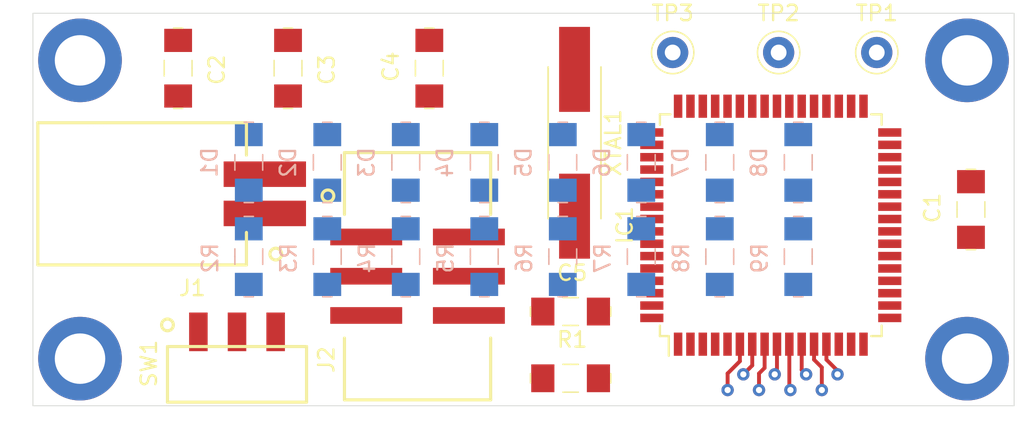
<source format=kicad_pcb>
(kicad_pcb (version 20171130) (host pcbnew "(5.1.2)-2")

  (general
    (thickness 1.6)
    (drawings 4)
    (tracks 36)
    (zones 0)
    (modules 30)
    (nets 67)
  )

  (page A4)
  (layers
    (0 F.Cu signal)
    (31 B.Cu signal)
    (32 B.Adhes user)
    (33 F.Adhes user)
    (34 B.Paste user)
    (35 F.Paste user)
    (36 B.SilkS user)
    (37 F.SilkS user)
    (38 B.Mask user)
    (39 F.Mask user)
    (40 Dwgs.User user)
    (41 Cmts.User user)
    (42 Eco1.User user)
    (43 Eco2.User user)
    (44 Edge.Cuts user)
    (45 Margin user)
    (46 B.CrtYd user)
    (47 F.CrtYd user)
    (48 B.Fab user)
    (49 F.Fab user)
  )

  (setup
    (last_trace_width 0.25)
    (trace_clearance 0.2)
    (zone_clearance 0.508)
    (zone_45_only no)
    (trace_min 0.2)
    (via_size 0.8)
    (via_drill 0.4)
    (via_min_size 0.4)
    (via_min_drill 0.3)
    (uvia_size 0.3)
    (uvia_drill 0.1)
    (uvias_allowed no)
    (uvia_min_size 0.2)
    (uvia_min_drill 0.1)
    (edge_width 0.05)
    (segment_width 0.2)
    (pcb_text_width 0.3)
    (pcb_text_size 1.5 1.5)
    (mod_edge_width 0.12)
    (mod_text_size 1 1)
    (mod_text_width 0.15)
    (pad_size 1.524 1.524)
    (pad_drill 0.762)
    (pad_to_mask_clearance 0.051)
    (solder_mask_min_width 0.25)
    (aux_axis_origin 0 0)
    (visible_elements 7FFFFF7F)
    (pcbplotparams
      (layerselection 0x010fc_ffffffff)
      (usegerberextensions false)
      (usegerberattributes false)
      (usegerberadvancedattributes false)
      (creategerberjobfile false)
      (excludeedgelayer true)
      (linewidth 0.100000)
      (plotframeref false)
      (viasonmask false)
      (mode 1)
      (useauxorigin false)
      (hpglpennumber 1)
      (hpglpenspeed 20)
      (hpglpendiameter 15.000000)
      (psnegative false)
      (psa4output false)
      (plotreference true)
      (plotvalue true)
      (plotinvisibletext false)
      (padsonsilk false)
      (subtractmaskfromsilk false)
      (outputformat 1)
      (mirror false)
      (drillshape 1)
      (scaleselection 1)
      (outputdirectory ""))
  )

  (net 0 "")
  (net 1 GND)
  (net 2 +3V0)
  (net 3 "Net-(C4-Pad2)")
  (net 4 "Net-(C5-Pad2)")
  (net 5 "Net-(D1-Pad2)")
  (net 6 "Net-(D2-Pad2)")
  (net 7 "Net-(D3-Pad2)")
  (net 8 "Net-(D4-Pad2)")
  (net 9 "Net-(D5-Pad2)")
  (net 10 "Net-(D6-Pad2)")
  (net 11 "Net-(D7-Pad2)")
  (net 12 "Net-(D8-Pad2)")
  (net 13 "Net-(IC1-Pad64)")
  (net 14 "Net-(IC1-Pad63)")
  (net 15 "Net-(IC1-Pad62)")
  (net 16 "Net-(IC1-Pad57)")
  (net 17 "Net-(IC1-Pad56)")
  (net 18 "Net-(IC1-Pad55)")
  (net 19 "Net-(IC1-Pad54)")
  (net 20 "Net-(IC1-Pad51)")
  (net 21 "Net-(IC1-Pad50)")
  (net 22 "Net-(IC1-Pad49)")
  (net 23 "Net-(IC1-Pad48)")
  (net 24 "Net-(IC1-Pad47)")
  (net 25 "Net-(IC1-Pad46)")
  (net 26 "Net-(IC1-Pad43)")
  (net 27 "Net-(IC1-Pad42)")
  (net 28 "Net-(IC1-Pad41)")
  (net 29 "Net-(IC1-Pad40)")
  (net 30 "Net-(IC1-Pad39)")
  (net 31 "Net-(IC1-Pad38)")
  (net 32 "Net-(IC1-Pad37)")
  (net 33 "Net-(IC1-Pad36)")
  (net 34 "Net-(IC1-Pad33)")
  (net 35 "Net-(IC1-Pad32)")
  (net 36 "Net-(IC1-Pad31)")
  (net 37 "Net-(IC1-Pad30)")
  (net 38 "Net-(IC1-Pad29)")
  (net 39 "Net-(IC1-Pad28)")
  (net 40 "Net-(IC1-Pad27)")
  (net 41 "Net-(IC1-Pad26)")
  (net 42 "Net-(IC1-Pad23)")
  (net 43 "Net-(IC1-Pad22)")
  (net 44 "Net-(IC1-Pad21)")
  (net 45 "Net-(IC1-Pad20)")
  (net 46 "Net-(IC1-Pad19)")
  (net 47 "Net-(IC1-Pad18)")
  (net 48 "Net-(IC1-Pad17)")
  (net 49 "Net-(IC1-Pad16)")
  (net 50 "Net-(IC1-Pad13)")
  (net 51 "Net-(IC1-Pad12)")
  (net 52 "Net-(IC1-Pad11)")
  (net 53 "Net-(IC1-Pad10)")
  (net 54 "Net-(IC1-Pad9)")
  (net 55 "Net-(IC1-Pad8)")
  (net 56 "Net-(IC1-Pad7)")
  (net 57 "Net-(IC1-Pad6)")
  (net 58 "Net-(IC1-Pad5)")
  (net 59 "Net-(IC1-Pad4)")
  (net 60 "Net-(IC1-Pad3)")
  (net 61 "Net-(IC1-Pad2)")
  (net 62 "Net-(IC1-Pad1)")
  (net 63 "Net-(J1-Pad1)")
  (net 64 "Net-(J2-Pad3)")
  (net 65 "Net-(J2-Pad1)")
  (net 66 "Net-(SW1-Pad1)")

  (net_class Default "This is the default net class."
    (clearance 0.2)
    (trace_width 0.25)
    (via_dia 0.8)
    (via_drill 0.4)
    (uvia_dia 0.3)
    (uvia_drill 0.1)
    (add_net +3V0)
    (add_net GND)
    (add_net "Net-(C4-Pad2)")
    (add_net "Net-(C5-Pad2)")
    (add_net "Net-(D1-Pad2)")
    (add_net "Net-(D2-Pad2)")
    (add_net "Net-(D3-Pad2)")
    (add_net "Net-(D4-Pad2)")
    (add_net "Net-(D5-Pad2)")
    (add_net "Net-(D6-Pad2)")
    (add_net "Net-(D7-Pad2)")
    (add_net "Net-(D8-Pad2)")
    (add_net "Net-(IC1-Pad1)")
    (add_net "Net-(IC1-Pad10)")
    (add_net "Net-(IC1-Pad11)")
    (add_net "Net-(IC1-Pad12)")
    (add_net "Net-(IC1-Pad13)")
    (add_net "Net-(IC1-Pad16)")
    (add_net "Net-(IC1-Pad17)")
    (add_net "Net-(IC1-Pad18)")
    (add_net "Net-(IC1-Pad19)")
    (add_net "Net-(IC1-Pad2)")
    (add_net "Net-(IC1-Pad20)")
    (add_net "Net-(IC1-Pad21)")
    (add_net "Net-(IC1-Pad22)")
    (add_net "Net-(IC1-Pad23)")
    (add_net "Net-(IC1-Pad26)")
    (add_net "Net-(IC1-Pad27)")
    (add_net "Net-(IC1-Pad28)")
    (add_net "Net-(IC1-Pad29)")
    (add_net "Net-(IC1-Pad3)")
    (add_net "Net-(IC1-Pad30)")
    (add_net "Net-(IC1-Pad31)")
    (add_net "Net-(IC1-Pad32)")
    (add_net "Net-(IC1-Pad33)")
    (add_net "Net-(IC1-Pad36)")
    (add_net "Net-(IC1-Pad37)")
    (add_net "Net-(IC1-Pad38)")
    (add_net "Net-(IC1-Pad39)")
    (add_net "Net-(IC1-Pad4)")
    (add_net "Net-(IC1-Pad40)")
    (add_net "Net-(IC1-Pad41)")
    (add_net "Net-(IC1-Pad42)")
    (add_net "Net-(IC1-Pad43)")
    (add_net "Net-(IC1-Pad46)")
    (add_net "Net-(IC1-Pad47)")
    (add_net "Net-(IC1-Pad48)")
    (add_net "Net-(IC1-Pad49)")
    (add_net "Net-(IC1-Pad5)")
    (add_net "Net-(IC1-Pad50)")
    (add_net "Net-(IC1-Pad51)")
    (add_net "Net-(IC1-Pad54)")
    (add_net "Net-(IC1-Pad55)")
    (add_net "Net-(IC1-Pad56)")
    (add_net "Net-(IC1-Pad57)")
    (add_net "Net-(IC1-Pad6)")
    (add_net "Net-(IC1-Pad62)")
    (add_net "Net-(IC1-Pad63)")
    (add_net "Net-(IC1-Pad64)")
    (add_net "Net-(IC1-Pad7)")
    (add_net "Net-(IC1-Pad8)")
    (add_net "Net-(IC1-Pad9)")
    (add_net "Net-(J1-Pad1)")
    (add_net "Net-(J2-Pad1)")
    (add_net "Net-(J2-Pad3)")
    (add_net "Net-(SW1-Pad1)")
  )

  (module binary_counter_footprints:prog_header (layer F.Cu) (tedit 5D092A5A) (tstamp 5D09374C)
    (at 125.222 118.618 90)
    (path /575EC36C)
    (fp_text reference J2 (at -5.4 -5.9 90) (layer F.SilkS)
      (effects (font (size 1 1) (thickness 0.15)))
    )
    (fp_text value CONN_02X03 (at 0 0 90) (layer F.Fab)
      (effects (font (size 1 1) (thickness 0.15)))
    )
    (fp_line (start -7.77 -4.5) (end 7.77 -4.5) (layer F.Fab) (width 0.12))
    (fp_line (start 7.77 -4.5) (end 7.77 4.5) (layer F.Fab) (width 0.12))
    (fp_line (start 7.77 4.5) (end -7.77 4.5) (layer F.Fab) (width 0.12))
    (fp_line (start -7.77 4.5) (end -7.77 -4.5) (layer F.Fab) (width 0.12))
    (fp_line (start -8 -4.73) (end -8 4.73) (layer F.SilkS) (width 0.2032))
    (fp_line (start -8 4.73) (end -4 4.73) (layer F.SilkS) (width 0.2032))
    (fp_line (start -8 -4.73) (end -4 -4.73) (layer F.SilkS) (width 0.2032))
    (fp_line (start 8 -4.73) (end 4 -4.73) (layer F.SilkS) (width 0.2032))
    (fp_line (start 8 4.73) (end 8 -4.73) (layer F.SilkS) (width 0.2032))
    (fp_line (start 8 4.73) (end 4 4.73) (layer F.SilkS) (width 0.2032))
    (fp_circle (center 5.2 -5.8) (end 5.581 -5.8) (layer F.SilkS) (width 0.2032))
    (pad 6 smd rect (at -2.54 3.3225 90) (size 1.08 4.655) (layers F.Cu F.Paste F.Mask)
      (net 1 GND))
    (pad 5 smd rect (at -2.54 -3.3225 90) (size 1.08 4.655) (layers F.Cu F.Paste F.Mask)
      (net 16 "Net-(IC1-Pad57)"))
    (pad 4 smd rect (at 0 3.3225 90) (size 1.08 4.655) (layers F.Cu F.Paste F.Mask)
      (net 17 "Net-(IC1-Pad56)"))
    (pad 3 smd rect (at 0 -3.3225 90) (size 1.08 4.655) (layers F.Cu F.Paste F.Mask)
      (net 64 "Net-(J2-Pad3)"))
    (pad 2 smd rect (at 2.54 3.3225 90) (size 1.08 4.655) (layers F.Cu F.Paste F.Mask)
      (net 2 +3V0))
    (pad 1 smd rect (at 2.54 -3.3225 90) (size 1.08 4.655) (layers F.Cu F.Paste F.Mask)
      (net 65 "Net-(J2-Pad1)"))
  )

  (module digikey-footprints:Test_Point_D1.02mm (layer F.Cu) (tedit 5A43AEC6) (tstamp 5D097D68)
    (at 141.732 104.14)
    (path /5D0A5B91)
    (fp_text reference TP3 (at 0 -2.55) (layer F.SilkS)
      (effects (font (size 1 1) (thickness 0.15)))
    )
    (fp_text value 5000 (at 0 3.93) (layer F.Fab)
      (effects (font (size 1 1) (thickness 0.15)))
    )
    (fp_circle (center 0 0) (end 1.27 0) (layer F.Fab) (width 0.1))
    (fp_circle (center 0 0) (end 1.37 0) (layer F.SilkS) (width 0.1))
    (fp_circle (center 0 0) (end 1.52 0) (layer F.CrtYd) (width 0.05))
    (fp_text user %R (at 0 2.41) (layer F.Fab)
      (effects (font (size 1 1) (thickness 0.15)))
    )
    (pad 1 thru_hole circle (at 0 0) (size 2.02 2.02) (drill 1.02) (layers *.Cu *.Mask)
      (net 1 GND))
  )

  (module digikey-footprints:Test_Point_D1.02mm (layer F.Cu) (tedit 5A43AEC6) (tstamp 5D097D80)
    (at 148.59 104.14)
    (path /5D0A5458)
    (fp_text reference TP2 (at 0 -2.55) (layer F.SilkS)
      (effects (font (size 1 1) (thickness 0.15)))
    )
    (fp_text value 5000 (at 0 3.93) (layer F.Fab)
      (effects (font (size 1 1) (thickness 0.15)))
    )
    (fp_circle (center 0 0) (end 1.27 0) (layer F.Fab) (width 0.1))
    (fp_circle (center 0 0) (end 1.37 0) (layer F.SilkS) (width 0.1))
    (fp_circle (center 0 0) (end 1.52 0) (layer F.CrtYd) (width 0.05))
    (fp_text user %R (at 0 2.41) (layer F.Fab)
      (effects (font (size 1 1) (thickness 0.15)))
    )
    (pad 1 thru_hole circle (at 0 0) (size 2.02 2.02) (drill 1.02) (layers *.Cu *.Mask)
      (net 30 "Net-(IC1-Pad39)"))
  )

  (module digikey-footprints:Test_Point_D1.02mm (layer F.Cu) (tedit 5A43AEC6) (tstamp 5D097D98)
    (at 154.94 104.14)
    (path /5D09C6B6)
    (fp_text reference TP1 (at 0 -2.55) (layer F.SilkS)
      (effects (font (size 1 1) (thickness 0.15)))
    )
    (fp_text value 5000 (at 0 3.93) (layer F.Fab)
      (effects (font (size 1 1) (thickness 0.15)))
    )
    (fp_circle (center 0 0) (end 1.27 0) (layer F.Fab) (width 0.1))
    (fp_circle (center 0 0) (end 1.37 0) (layer F.SilkS) (width 0.1))
    (fp_circle (center 0 0) (end 1.52 0) (layer F.CrtYd) (width 0.05))
    (fp_text user %R (at 0 2.41) (layer F.Fab)
      (effects (font (size 1 1) (thickness 0.15)))
    )
    (pad 1 thru_hole circle (at 0 0) (size 2.02 2.02) (drill 1.02) (layers *.Cu *.Mask)
      (net 31 "Net-(IC1-Pad38)"))
  )

  (module binary_counter_footprints:TXC_xtal (layer F.Cu) (tedit 5D084399) (tstamp 5D099305)
    (at 135.382 109.982 270)
    (descr "SMD Crystal TXC 7A http://txccrystal.com/images/pdf/7a.pdf")
    (tags "SMD SMT crystal")
    (path /575EC2B0)
    (attr smd)
    (fp_text reference XTAL1 (at 0 -2.5 90) (layer F.SilkS)
      (effects (font (size 1 1) (thickness 0.15)))
    )
    (fp_text value 16MHZ (at 0 2.54 90) (layer F.Fab)
      (effects (font (size 1 1) (thickness 0.15)))
    )
    (fp_line (start -4.9 -1.6) (end -4.9 1.6) (layer F.Fab) (width 0.1))
    (fp_line (start -4.9 1.6) (end 4.9 1.6) (layer F.Fab) (width 0.1))
    (fp_line (start 4.9 -1.6) (end 4.9 1.6) (layer F.Fab) (width 0.1))
    (fp_line (start -4.9 -1.6) (end 4.9 -1.6) (layer F.Fab) (width 0.1))
    (fp_line (start -4.9 1.71) (end 4.9 1.71) (layer F.SilkS) (width 0.12))
    (fp_line (start -4.9 -1.71) (end 4.9 -1.71) (layer F.SilkS) (width 0.12))
    (fp_line (start 5.7 2.4) (end -5.7 2.4) (layer F.CrtYd) (width 0.05))
    (fp_line (start 5.7 -2.4) (end 5.7 2.4) (layer F.CrtYd) (width 0.05))
    (fp_line (start -5.7 -2.4) (end -5.7 2.4) (layer F.CrtYd) (width 0.05))
    (fp_line (start -5.7 -2.4) (end 5.7 -2.4) (layer F.CrtYd) (width 0.05))
    (fp_text user %R (at 0 -2.5 90) (layer F.Fab)
      (effects (font (size 1 1) (thickness 0.15)))
    )
    (pad 2 smd rect (at 4.75 0 270) (size 5.5 2) (layers F.Cu F.Paste F.Mask)
      (net 4 "Net-(C5-Pad2)"))
    (pad 1 smd rect (at -4.75 0 270) (size 5.5 2) (layers F.Cu F.Paste F.Mask)
      (net 3 "Net-(C4-Pad2)"))
    (model ${KISYS3DMOD}/Crystal.3dshapes/Crystal_SMD_TXC_7A-2Pin_5x3.2mm.wrl
      (at (xyz 0 0 0))
      (scale (xyz 1 1 1))
      (rotate (xyz 0 0 0))
    )
  )

  (module binary_counter_footprints:SWITCH_CK_JS102011SAQN (layer F.Cu) (tedit 5D08E0AB) (tstamp 5D09382E)
    (at 113.538 124.968)
    (path /5D096841)
    (fp_text reference SW1 (at -5.7 -0.7 90) (layer F.SilkS)
      (effects (font (size 1 1) (thickness 0.15)))
    )
    (fp_text value SW_SPDT (at 0 3.4) (layer F.Fab)
      (effects (font (size 1 1) (thickness 0.15)))
    )
    (fp_circle (center -4.5 -3.2) (end -4.119 -3.2) (layer F.SilkS) (width 0.2032))
    (fp_line (start 4.5 1.8) (end -4.5 1.8) (layer F.SilkS) (width 0.2032))
    (fp_line (start 4.5 -1.8) (end 4.5 1.8) (layer F.SilkS) (width 0.2032))
    (fp_line (start -4.5 -1.8) (end 4.5 -1.8) (layer F.SilkS) (width 0.2032))
    (fp_line (start -4.5 -1.8) (end -4.5 1.8) (layer F.SilkS) (width 0.2032))
    (fp_line (start -4.5 1.8) (end -4.5 -1.8) (layer F.Fab) (width 0.12))
    (fp_line (start 4.5 1.8) (end 4.5 -1.8) (layer F.Fab) (width 0.12))
    (fp_line (start -4.5 1.8) (end 4.5 1.8) (layer F.Fab) (width 0.12))
    (fp_line (start -4.5 -1.8) (end 4.5 -1.8) (layer F.Fab) (width 0.12))
    (pad "" np_thru_hole circle (at 3.4 0) (size 0.9 0.9) (drill 0.9) (layers *.Cu *.Mask))
    (pad "" np_thru_hole circle (at -3.4 0) (size 0.9 0.9) (drill 0.9) (layers *.Cu *.Mask))
    (pad 3 smd rect (at 2.5 -2.75) (size 1.2 2.5) (layers F.Cu F.Paste F.Mask)
      (net 2 +3V0))
    (pad 2 smd rect (at 0 -2.75) (size 1.2 2.5) (layers F.Cu F.Paste F.Mask)
      (net 63 "Net-(J1-Pad1)"))
    (pad 1 smd rect (at -2.5 -2.75) (size 1.2 2.5) (layers F.Cu F.Paste F.Mask)
      (net 66 "Net-(SW1-Pad1)"))
  )

  (module digikey-footprints:1206 (layer B.Cu) (tedit 5A553D4C) (tstamp 5D095798)
    (at 149.86 117.348 270)
    (descr http://media.digikey.com/pdf/Data%20Sheets/Lite-On%20PDFs/LTST-C230KFKT_5-24-06.pdf)
    (path /5D21CE2D)
    (fp_text reference R9 (at 0.1 2.5 90) (layer B.SilkS)
      (effects (font (size 1 1) (thickness 0.15)) (justify mirror))
    )
    (fp_text value 47R0 (at 0 -2.6 90) (layer B.Fab) hide
      (effects (font (size 1 1) (thickness 0.15)) (justify mirror))
    )
    (fp_line (start -1.6 -0.8) (end 1.6 -0.8) (layer B.Fab) (width 0.1))
    (fp_line (start -1.6 0.8) (end 1.6 0.8) (layer B.Fab) (width 0.1))
    (fp_line (start 1.6 0.8) (end 1.6 -0.8) (layer B.Fab) (width 0.1))
    (fp_line (start -1.6 0.8) (end -1.6 -0.8) (layer B.Fab) (width 0.1))
    (fp_line (start -2.8 -1.15) (end 2.8 -1.15) (layer B.CrtYd) (width 0.05))
    (fp_line (start -2.8 1.15) (end -2.8 -1.15) (layer B.CrtYd) (width 0.05))
    (fp_line (start 2.8 1.15) (end -2.8 1.15) (layer B.CrtYd) (width 0.05))
    (fp_line (start 2.8 -1.15) (end 2.8 1.15) (layer B.CrtYd) (width 0.05))
    (fp_text user %R (at 0 0 90) (layer B.Fab)
      (effects (font (size 1 1) (thickness 0.15)) (justify mirror))
    )
    (fp_line (start 0 0.9) (end 0.5 0.9) (layer B.SilkS) (width 0.1))
    (fp_line (start 0 0.9) (end -0.5 0.9) (layer B.SilkS) (width 0.1))
    (fp_line (start 0 -0.9) (end 0.5 -0.9) (layer B.SilkS) (width 0.1))
    (fp_line (start 0 -0.9) (end -0.5 -0.9) (layer B.SilkS) (width 0.1))
    (fp_line (start -2.6 0.3) (end -2.6 -0.3) (layer B.SilkS) (width 0.1))
    (fp_line (start 2.6 0.3) (end 2.6 -0.3) (layer B.SilkS) (width 0.1))
    (pad 2 smd rect (at 1.8 0 270) (size 1.5 1.8) (layers B.Cu B.Paste B.Mask)
      (net 50 "Net-(IC1-Pad13)"))
    (pad 1 smd rect (at -1.8 0 270) (size 1.5 1.8) (layers B.Cu B.Paste B.Mask)
      (net 12 "Net-(D8-Pad2)"))
  )

  (module digikey-footprints:1206 (layer B.Cu) (tedit 5A553D4C) (tstamp 5D0959F0)
    (at 144.78 117.348 270)
    (descr http://media.digikey.com/pdf/Data%20Sheets/Lite-On%20PDFs/LTST-C230KFKT_5-24-06.pdf)
    (path /5D21CE0F)
    (fp_text reference R8 (at 0.1 2.5 90) (layer B.SilkS)
      (effects (font (size 1 1) (thickness 0.15)) (justify mirror))
    )
    (fp_text value 47R0 (at 0 -2.6 90) (layer B.Fab) hide
      (effects (font (size 1 1) (thickness 0.15)) (justify mirror))
    )
    (fp_line (start -1.6 -0.8) (end 1.6 -0.8) (layer B.Fab) (width 0.1))
    (fp_line (start -1.6 0.8) (end 1.6 0.8) (layer B.Fab) (width 0.1))
    (fp_line (start 1.6 0.8) (end 1.6 -0.8) (layer B.Fab) (width 0.1))
    (fp_line (start -1.6 0.8) (end -1.6 -0.8) (layer B.Fab) (width 0.1))
    (fp_line (start -2.8 -1.15) (end 2.8 -1.15) (layer B.CrtYd) (width 0.05))
    (fp_line (start -2.8 1.15) (end -2.8 -1.15) (layer B.CrtYd) (width 0.05))
    (fp_line (start 2.8 1.15) (end -2.8 1.15) (layer B.CrtYd) (width 0.05))
    (fp_line (start 2.8 -1.15) (end 2.8 1.15) (layer B.CrtYd) (width 0.05))
    (fp_text user %R (at 0 0 90) (layer B.Fab)
      (effects (font (size 1 1) (thickness 0.15)) (justify mirror))
    )
    (fp_line (start 0 0.9) (end 0.5 0.9) (layer B.SilkS) (width 0.1))
    (fp_line (start 0 0.9) (end -0.5 0.9) (layer B.SilkS) (width 0.1))
    (fp_line (start 0 -0.9) (end 0.5 -0.9) (layer B.SilkS) (width 0.1))
    (fp_line (start 0 -0.9) (end -0.5 -0.9) (layer B.SilkS) (width 0.1))
    (fp_line (start -2.6 0.3) (end -2.6 -0.3) (layer B.SilkS) (width 0.1))
    (fp_line (start 2.6 0.3) (end 2.6 -0.3) (layer B.SilkS) (width 0.1))
    (pad 2 smd rect (at 1.8 0 270) (size 1.5 1.8) (layers B.Cu B.Paste B.Mask)
      (net 51 "Net-(IC1-Pad12)"))
    (pad 1 smd rect (at -1.8 0 270) (size 1.5 1.8) (layers B.Cu B.Paste B.Mask)
      (net 11 "Net-(D7-Pad2)"))
  )

  (module digikey-footprints:1206 (layer B.Cu) (tedit 5A553D4C) (tstamp 5D09575C)
    (at 139.7 117.348 270)
    (descr http://media.digikey.com/pdf/Data%20Sheets/Lite-On%20PDFs/LTST-C230KFKT_5-24-06.pdf)
    (path /5D21CDF1)
    (fp_text reference R7 (at 0.1 2.5 90) (layer B.SilkS)
      (effects (font (size 1 1) (thickness 0.15)) (justify mirror))
    )
    (fp_text value 47R0 (at 0 -2.6 90) (layer B.Fab) hide
      (effects (font (size 1 1) (thickness 0.15)) (justify mirror))
    )
    (fp_line (start -1.6 -0.8) (end 1.6 -0.8) (layer B.Fab) (width 0.1))
    (fp_line (start -1.6 0.8) (end 1.6 0.8) (layer B.Fab) (width 0.1))
    (fp_line (start 1.6 0.8) (end 1.6 -0.8) (layer B.Fab) (width 0.1))
    (fp_line (start -1.6 0.8) (end -1.6 -0.8) (layer B.Fab) (width 0.1))
    (fp_line (start -2.8 -1.15) (end 2.8 -1.15) (layer B.CrtYd) (width 0.05))
    (fp_line (start -2.8 1.15) (end -2.8 -1.15) (layer B.CrtYd) (width 0.05))
    (fp_line (start 2.8 1.15) (end -2.8 1.15) (layer B.CrtYd) (width 0.05))
    (fp_line (start 2.8 -1.15) (end 2.8 1.15) (layer B.CrtYd) (width 0.05))
    (fp_text user %R (at 0 0 90) (layer B.Fab)
      (effects (font (size 1 1) (thickness 0.15)) (justify mirror))
    )
    (fp_line (start 0 0.9) (end 0.5 0.9) (layer B.SilkS) (width 0.1))
    (fp_line (start 0 0.9) (end -0.5 0.9) (layer B.SilkS) (width 0.1))
    (fp_line (start 0 -0.9) (end 0.5 -0.9) (layer B.SilkS) (width 0.1))
    (fp_line (start 0 -0.9) (end -0.5 -0.9) (layer B.SilkS) (width 0.1))
    (fp_line (start -2.6 0.3) (end -2.6 -0.3) (layer B.SilkS) (width 0.1))
    (fp_line (start 2.6 0.3) (end 2.6 -0.3) (layer B.SilkS) (width 0.1))
    (pad 2 smd rect (at 1.8 0 270) (size 1.5 1.8) (layers B.Cu B.Paste B.Mask)
      (net 52 "Net-(IC1-Pad11)"))
    (pad 1 smd rect (at -1.8 0 270) (size 1.5 1.8) (layers B.Cu B.Paste B.Mask)
      (net 10 "Net-(D6-Pad2)"))
  )

  (module digikey-footprints:1206 (layer B.Cu) (tedit 5A553D4C) (tstamp 5D095810)
    (at 134.62 117.348 270)
    (descr http://media.digikey.com/pdf/Data%20Sheets/Lite-On%20PDFs/LTST-C230KFKT_5-24-06.pdf)
    (path /5D21CDD3)
    (fp_text reference R6 (at 0.1 2.5 90) (layer B.SilkS)
      (effects (font (size 1 1) (thickness 0.15)) (justify mirror))
    )
    (fp_text value 47R0 (at 0 -2.6 90) (layer B.Fab) hide
      (effects (font (size 1 1) (thickness 0.15)) (justify mirror))
    )
    (fp_line (start -1.6 -0.8) (end 1.6 -0.8) (layer B.Fab) (width 0.1))
    (fp_line (start -1.6 0.8) (end 1.6 0.8) (layer B.Fab) (width 0.1))
    (fp_line (start 1.6 0.8) (end 1.6 -0.8) (layer B.Fab) (width 0.1))
    (fp_line (start -1.6 0.8) (end -1.6 -0.8) (layer B.Fab) (width 0.1))
    (fp_line (start -2.8 -1.15) (end 2.8 -1.15) (layer B.CrtYd) (width 0.05))
    (fp_line (start -2.8 1.15) (end -2.8 -1.15) (layer B.CrtYd) (width 0.05))
    (fp_line (start 2.8 1.15) (end -2.8 1.15) (layer B.CrtYd) (width 0.05))
    (fp_line (start 2.8 -1.15) (end 2.8 1.15) (layer B.CrtYd) (width 0.05))
    (fp_text user %R (at 0 0 90) (layer B.Fab)
      (effects (font (size 1 1) (thickness 0.15)) (justify mirror))
    )
    (fp_line (start 0 0.9) (end 0.5 0.9) (layer B.SilkS) (width 0.1))
    (fp_line (start 0 0.9) (end -0.5 0.9) (layer B.SilkS) (width 0.1))
    (fp_line (start 0 -0.9) (end 0.5 -0.9) (layer B.SilkS) (width 0.1))
    (fp_line (start 0 -0.9) (end -0.5 -0.9) (layer B.SilkS) (width 0.1))
    (fp_line (start -2.6 0.3) (end -2.6 -0.3) (layer B.SilkS) (width 0.1))
    (fp_line (start 2.6 0.3) (end 2.6 -0.3) (layer B.SilkS) (width 0.1))
    (pad 2 smd rect (at 1.8 0 270) (size 1.5 1.8) (layers B.Cu B.Paste B.Mask)
      (net 53 "Net-(IC1-Pad10)"))
    (pad 1 smd rect (at -1.8 0 270) (size 1.5 1.8) (layers B.Cu B.Paste B.Mask)
      (net 9 "Net-(D5-Pad2)"))
  )

  (module digikey-footprints:1206 (layer B.Cu) (tedit 5A553D4C) (tstamp 5D095888)
    (at 129.54 117.348 270)
    (descr http://media.digikey.com/pdf/Data%20Sheets/Lite-On%20PDFs/LTST-C230KFKT_5-24-06.pdf)
    (path /5D214ECC)
    (fp_text reference R5 (at 0.1 2.5 90) (layer B.SilkS)
      (effects (font (size 1 1) (thickness 0.15)) (justify mirror))
    )
    (fp_text value 47R0 (at 0 -2.6 90) (layer B.Fab) hide
      (effects (font (size 1 1) (thickness 0.15)) (justify mirror))
    )
    (fp_line (start -1.6 -0.8) (end 1.6 -0.8) (layer B.Fab) (width 0.1))
    (fp_line (start -1.6 0.8) (end 1.6 0.8) (layer B.Fab) (width 0.1))
    (fp_line (start 1.6 0.8) (end 1.6 -0.8) (layer B.Fab) (width 0.1))
    (fp_line (start -1.6 0.8) (end -1.6 -0.8) (layer B.Fab) (width 0.1))
    (fp_line (start -2.8 -1.15) (end 2.8 -1.15) (layer B.CrtYd) (width 0.05))
    (fp_line (start -2.8 1.15) (end -2.8 -1.15) (layer B.CrtYd) (width 0.05))
    (fp_line (start 2.8 1.15) (end -2.8 1.15) (layer B.CrtYd) (width 0.05))
    (fp_line (start 2.8 -1.15) (end 2.8 1.15) (layer B.CrtYd) (width 0.05))
    (fp_text user %R (at 0 0 90) (layer B.Fab)
      (effects (font (size 1 1) (thickness 0.15)) (justify mirror))
    )
    (fp_line (start 0 0.9) (end 0.5 0.9) (layer B.SilkS) (width 0.1))
    (fp_line (start 0 0.9) (end -0.5 0.9) (layer B.SilkS) (width 0.1))
    (fp_line (start 0 -0.9) (end 0.5 -0.9) (layer B.SilkS) (width 0.1))
    (fp_line (start 0 -0.9) (end -0.5 -0.9) (layer B.SilkS) (width 0.1))
    (fp_line (start -2.6 0.3) (end -2.6 -0.3) (layer B.SilkS) (width 0.1))
    (fp_line (start 2.6 0.3) (end 2.6 -0.3) (layer B.SilkS) (width 0.1))
    (pad 2 smd rect (at 1.8 0 270) (size 1.5 1.8) (layers B.Cu B.Paste B.Mask)
      (net 54 "Net-(IC1-Pad9)"))
    (pad 1 smd rect (at -1.8 0 270) (size 1.5 1.8) (layers B.Cu B.Paste B.Mask)
      (net 8 "Net-(D4-Pad2)"))
  )

  (module digikey-footprints:1206 (layer B.Cu) (tedit 5A553D4C) (tstamp 5D095AA4)
    (at 124.46 117.348 270)
    (descr http://media.digikey.com/pdf/Data%20Sheets/Lite-On%20PDFs/LTST-C230KFKT_5-24-06.pdf)
    (path /5D204343)
    (fp_text reference R4 (at 0.1 2.5 90) (layer B.SilkS)
      (effects (font (size 1 1) (thickness 0.15)) (justify mirror))
    )
    (fp_text value 47R0 (at 0 -2.6 90) (layer B.Fab) hide
      (effects (font (size 1 1) (thickness 0.15)) (justify mirror))
    )
    (fp_line (start -1.6 -0.8) (end 1.6 -0.8) (layer B.Fab) (width 0.1))
    (fp_line (start -1.6 0.8) (end 1.6 0.8) (layer B.Fab) (width 0.1))
    (fp_line (start 1.6 0.8) (end 1.6 -0.8) (layer B.Fab) (width 0.1))
    (fp_line (start -1.6 0.8) (end -1.6 -0.8) (layer B.Fab) (width 0.1))
    (fp_line (start -2.8 -1.15) (end 2.8 -1.15) (layer B.CrtYd) (width 0.05))
    (fp_line (start -2.8 1.15) (end -2.8 -1.15) (layer B.CrtYd) (width 0.05))
    (fp_line (start 2.8 1.15) (end -2.8 1.15) (layer B.CrtYd) (width 0.05))
    (fp_line (start 2.8 -1.15) (end 2.8 1.15) (layer B.CrtYd) (width 0.05))
    (fp_text user %R (at 0 0 90) (layer B.Fab)
      (effects (font (size 1 1) (thickness 0.15)) (justify mirror))
    )
    (fp_line (start 0 0.9) (end 0.5 0.9) (layer B.SilkS) (width 0.1))
    (fp_line (start 0 0.9) (end -0.5 0.9) (layer B.SilkS) (width 0.1))
    (fp_line (start 0 -0.9) (end 0.5 -0.9) (layer B.SilkS) (width 0.1))
    (fp_line (start 0 -0.9) (end -0.5 -0.9) (layer B.SilkS) (width 0.1))
    (fp_line (start -2.6 0.3) (end -2.6 -0.3) (layer B.SilkS) (width 0.1))
    (fp_line (start 2.6 0.3) (end 2.6 -0.3) (layer B.SilkS) (width 0.1))
    (pad 2 smd rect (at 1.8 0 270) (size 1.5 1.8) (layers B.Cu B.Paste B.Mask)
      (net 55 "Net-(IC1-Pad8)"))
    (pad 1 smd rect (at -1.8 0 270) (size 1.5 1.8) (layers B.Cu B.Paste B.Mask)
      (net 7 "Net-(D3-Pad2)"))
  )

  (module digikey-footprints:1206 (layer B.Cu) (tedit 5A553D4C) (tstamp 5D0957D4)
    (at 119.38 117.348 270)
    (descr http://media.digikey.com/pdf/Data%20Sheets/Lite-On%20PDFs/LTST-C230KFKT_5-24-06.pdf)
    (path /5D1FCCDF)
    (fp_text reference R3 (at 0.1 2.5 90) (layer B.SilkS)
      (effects (font (size 1 1) (thickness 0.15)) (justify mirror))
    )
    (fp_text value 47R0 (at 0 -2.6 90) (layer B.Fab) hide
      (effects (font (size 1 1) (thickness 0.15)) (justify mirror))
    )
    (fp_line (start -1.6 -0.8) (end 1.6 -0.8) (layer B.Fab) (width 0.1))
    (fp_line (start -1.6 0.8) (end 1.6 0.8) (layer B.Fab) (width 0.1))
    (fp_line (start 1.6 0.8) (end 1.6 -0.8) (layer B.Fab) (width 0.1))
    (fp_line (start -1.6 0.8) (end -1.6 -0.8) (layer B.Fab) (width 0.1))
    (fp_line (start -2.8 -1.15) (end 2.8 -1.15) (layer B.CrtYd) (width 0.05))
    (fp_line (start -2.8 1.15) (end -2.8 -1.15) (layer B.CrtYd) (width 0.05))
    (fp_line (start 2.8 1.15) (end -2.8 1.15) (layer B.CrtYd) (width 0.05))
    (fp_line (start 2.8 -1.15) (end 2.8 1.15) (layer B.CrtYd) (width 0.05))
    (fp_text user %R (at 0 0 90) (layer B.Fab)
      (effects (font (size 1 1) (thickness 0.15)) (justify mirror))
    )
    (fp_line (start 0 0.9) (end 0.5 0.9) (layer B.SilkS) (width 0.1))
    (fp_line (start 0 0.9) (end -0.5 0.9) (layer B.SilkS) (width 0.1))
    (fp_line (start 0 -0.9) (end 0.5 -0.9) (layer B.SilkS) (width 0.1))
    (fp_line (start 0 -0.9) (end -0.5 -0.9) (layer B.SilkS) (width 0.1))
    (fp_line (start -2.6 0.3) (end -2.6 -0.3) (layer B.SilkS) (width 0.1))
    (fp_line (start 2.6 0.3) (end 2.6 -0.3) (layer B.SilkS) (width 0.1))
    (pad 2 smd rect (at 1.8 0 270) (size 1.5 1.8) (layers B.Cu B.Paste B.Mask)
      (net 56 "Net-(IC1-Pad7)"))
    (pad 1 smd rect (at -1.8 0 270) (size 1.5 1.8) (layers B.Cu B.Paste B.Mask)
      (net 6 "Net-(D2-Pad2)"))
  )

  (module digikey-footprints:1206 (layer B.Cu) (tedit 5A553D4C) (tstamp 5D095AE0)
    (at 114.3 117.348 270)
    (descr http://media.digikey.com/pdf/Data%20Sheets/Lite-On%20PDFs/LTST-C230KFKT_5-24-06.pdf)
    (path /5D0A1BA0)
    (fp_text reference R2 (at 0.1 2.5 90) (layer B.SilkS)
      (effects (font (size 1 1) (thickness 0.15)) (justify mirror))
    )
    (fp_text value 47R0 (at -10.414 1.016 90) (layer B.Fab) hide
      (effects (font (size 1 1) (thickness 0.15)) (justify mirror))
    )
    (fp_line (start -1.6 -0.8) (end 1.6 -0.8) (layer B.Fab) (width 0.1))
    (fp_line (start -1.6 0.8) (end 1.6 0.8) (layer B.Fab) (width 0.1))
    (fp_line (start 1.6 0.8) (end 1.6 -0.8) (layer B.Fab) (width 0.1))
    (fp_line (start -1.6 0.8) (end -1.6 -0.8) (layer B.Fab) (width 0.1))
    (fp_line (start -2.8 -1.15) (end 2.8 -1.15) (layer B.CrtYd) (width 0.05))
    (fp_line (start -2.8 1.15) (end -2.8 -1.15) (layer B.CrtYd) (width 0.05))
    (fp_line (start 2.8 1.15) (end -2.8 1.15) (layer B.CrtYd) (width 0.05))
    (fp_line (start 2.8 -1.15) (end 2.8 1.15) (layer B.CrtYd) (width 0.05))
    (fp_text user %R (at 0 0 90) (layer B.Fab)
      (effects (font (size 1 1) (thickness 0.15)) (justify mirror))
    )
    (fp_line (start 0 0.9) (end 0.5 0.9) (layer B.SilkS) (width 0.1))
    (fp_line (start 0 0.9) (end -0.5 0.9) (layer B.SilkS) (width 0.1))
    (fp_line (start 0 -0.9) (end 0.5 -0.9) (layer B.SilkS) (width 0.1))
    (fp_line (start 0 -0.9) (end -0.5 -0.9) (layer B.SilkS) (width 0.1))
    (fp_line (start -2.6 0.3) (end -2.6 -0.3) (layer B.SilkS) (width 0.1))
    (fp_line (start 2.6 0.3) (end 2.6 -0.3) (layer B.SilkS) (width 0.1))
    (pad 2 smd rect (at 1.8 0 270) (size 1.5 1.8) (layers B.Cu B.Paste B.Mask)
      (net 57 "Net-(IC1-Pad6)"))
    (pad 1 smd rect (at -1.8 0 270) (size 1.5 1.8) (layers B.Cu B.Paste B.Mask)
      (net 5 "Net-(D1-Pad2)"))
  )

  (module digikey-footprints:1206 (layer F.Cu) (tedit 5A553D4C) (tstamp 5D093774)
    (at 135.128 125.222)
    (descr http://media.digikey.com/pdf/Data%20Sheets/Lite-On%20PDFs/LTST-C230KFKT_5-24-06.pdf)
    (path /5763BB00)
    (fp_text reference R1 (at 0.1 -2.5) (layer F.SilkS)
      (effects (font (size 1 1) (thickness 0.15)))
    )
    (fp_text value 100K (at 0 2.6) (layer F.Fab)
      (effects (font (size 1 1) (thickness 0.15)))
    )
    (fp_line (start -1.6 0.8) (end 1.6 0.8) (layer F.Fab) (width 0.1))
    (fp_line (start -1.6 -0.8) (end 1.6 -0.8) (layer F.Fab) (width 0.1))
    (fp_line (start 1.6 -0.8) (end 1.6 0.8) (layer F.Fab) (width 0.1))
    (fp_line (start -1.6 -0.8) (end -1.6 0.8) (layer F.Fab) (width 0.1))
    (fp_line (start -2.8 1.15) (end 2.8 1.15) (layer F.CrtYd) (width 0.05))
    (fp_line (start -2.8 -1.15) (end -2.8 1.15) (layer F.CrtYd) (width 0.05))
    (fp_line (start 2.8 -1.15) (end -2.8 -1.15) (layer F.CrtYd) (width 0.05))
    (fp_line (start 2.8 1.15) (end 2.8 -1.15) (layer F.CrtYd) (width 0.05))
    (fp_text user %R (at 0 0) (layer F.Fab)
      (effects (font (size 1 1) (thickness 0.15)))
    )
    (fp_line (start 0 -0.9) (end 0.5 -0.9) (layer F.SilkS) (width 0.1))
    (fp_line (start 0 -0.9) (end -0.5 -0.9) (layer F.SilkS) (width 0.1))
    (fp_line (start 0 0.9) (end 0.5 0.9) (layer F.SilkS) (width 0.1))
    (fp_line (start 0 0.9) (end -0.5 0.9) (layer F.SilkS) (width 0.1))
    (fp_line (start -2.6 -0.3) (end -2.6 0.3) (layer F.SilkS) (width 0.1))
    (fp_line (start 2.6 -0.3) (end 2.6 0.3) (layer F.SilkS) (width 0.1))
    (pad 2 smd rect (at 1.8 0) (size 1.5 1.8) (layers F.Cu F.Paste F.Mask)
      (net 2 +3V0))
    (pad 1 smd rect (at -1.8 0) (size 1.5 1.8) (layers F.Cu F.Paste F.Mask)
      (net 16 "Net-(IC1-Pad57)"))
  )

  (module binary_counter_footprints:Molex_15_91_2025 (layer F.Cu) (tedit 5D08E11E) (tstamp 5D093742)
    (at 104.648 113.284 270)
    (path /5D14429C)
    (fp_text reference J1 (at 6.1 -6) (layer F.SilkS)
      (effects (font (size 1 1) (thickness 0.15)))
    )
    (fp_text value Conn_01x02_Male (at 0 5.6 90) (layer F.Fab)
      (effects (font (size 1 1) (thickness 0.15)))
    )
    (fp_line (start 4.6 -9.5) (end 2.5 -9.5) (layer F.SilkS) (width 0.2032))
    (fp_line (start -4.6 -9.5) (end -2.5 -9.5) (layer F.SilkS) (width 0.2032))
    (fp_circle (center 3.9 -11.4) (end 4.281 -11.4) (layer F.SilkS) (width 0.2032))
    (fp_line (start -4.6 4) (end -4.6 -9.5) (layer F.SilkS) (width 0.2032))
    (fp_line (start 4.6 4) (end 4.6 -9.5) (layer F.SilkS) (width 0.2032))
    (fp_line (start -4.6 4) (end 4.6 4) (layer F.SilkS) (width 0.2032))
    (fp_line (start -4.3 -9.3) (end 4.3 -9.3) (layer F.Fab) (width 0.12))
    (fp_line (start -4.325 4.3) (end -4.325 -9.3) (layer F.Fab) (width 0.12))
    (fp_line (start 4.325 4.3) (end 4.325 -9.3) (layer F.Fab) (width 0.12))
    (fp_line (start -4.325 4.3) (end 4.325 4.3) (layer F.Fab) (width 0.12))
    (pad "" np_thru_hole circle (at -2.67 0 270) (size 3.4 3.4) (drill 3.4) (layers *.Cu *.Mask))
    (pad "" np_thru_hole circle (at 2.67 0 270) (size 3.4 3.4) (drill 3.4) (layers *.Cu *.Mask))
    (pad 2 smd rect (at -1.27 -10.69 270) (size 1.65 5.33) (layers F.Cu F.Paste F.Mask)
      (net 1 GND))
    (pad 1 smd rect (at 1.27 -10.69 270) (size 1.65 5.33) (layers F.Cu F.Paste F.Mask)
      (net 63 "Net-(J1-Pad1)"))
  )

  (module Package_QFP:TQFP-64_14x14mm_P0.8mm (layer F.Cu) (tedit 5A02F146) (tstamp 5D0980C6)
    (at 148.082 115.316 90)
    (descr "64-Lead Plastic Thin Quad Flatpack (PF) - 14x14x1 mm Body, 2.00 mm [TQFP] (see Microchip Packaging Specification 00000049BS.pdf)")
    (tags "QFP 0.8")
    (path /575EBE1F)
    (attr smd)
    (fp_text reference IC1 (at 0 -9.45 90) (layer F.SilkS)
      (effects (font (size 1 1) (thickness 0.15)))
    )
    (fp_text value ATXMEGA256A3BU-A (at 0 9.45 90) (layer F.Fab)
      (effects (font (size 1 1) (thickness 0.15)))
    )
    (fp_line (start -7.175 -6.6) (end -8.45 -6.6) (layer F.SilkS) (width 0.15))
    (fp_line (start 7.175 -7.175) (end 6.5 -7.175) (layer F.SilkS) (width 0.15))
    (fp_line (start 7.175 7.175) (end 6.5 7.175) (layer F.SilkS) (width 0.15))
    (fp_line (start -7.175 7.175) (end -6.5 7.175) (layer F.SilkS) (width 0.15))
    (fp_line (start -7.175 -7.175) (end -6.5 -7.175) (layer F.SilkS) (width 0.15))
    (fp_line (start -7.175 7.175) (end -7.175 6.5) (layer F.SilkS) (width 0.15))
    (fp_line (start 7.175 7.175) (end 7.175 6.5) (layer F.SilkS) (width 0.15))
    (fp_line (start 7.175 -7.175) (end 7.175 -6.5) (layer F.SilkS) (width 0.15))
    (fp_line (start -7.175 -7.175) (end -7.175 -6.6) (layer F.SilkS) (width 0.15))
    (fp_line (start -8.7 8.7) (end 8.7 8.7) (layer F.CrtYd) (width 0.05))
    (fp_line (start -8.7 -8.7) (end 8.7 -8.7) (layer F.CrtYd) (width 0.05))
    (fp_line (start 8.7 -8.7) (end 8.7 8.7) (layer F.CrtYd) (width 0.05))
    (fp_line (start -8.7 -8.7) (end -8.7 8.7) (layer F.CrtYd) (width 0.05))
    (fp_line (start -7 -6) (end -6 -7) (layer F.Fab) (width 0.15))
    (fp_line (start -7 7) (end -7 -6) (layer F.Fab) (width 0.15))
    (fp_line (start 7 7) (end -7 7) (layer F.Fab) (width 0.15))
    (fp_line (start 7 -7) (end 7 7) (layer F.Fab) (width 0.15))
    (fp_line (start -6 -7) (end 7 -7) (layer F.Fab) (width 0.15))
    (fp_text user %R (at 0 0 90) (layer F.Fab)
      (effects (font (size 1 1) (thickness 0.15)))
    )
    (pad 64 smd rect (at -6 -7.7 180) (size 1.5 0.55) (layers F.Cu F.Paste F.Mask)
      (net 13 "Net-(IC1-Pad64)"))
    (pad 63 smd rect (at -5.2 -7.7 180) (size 1.5 0.55) (layers F.Cu F.Paste F.Mask)
      (net 14 "Net-(IC1-Pad63)"))
    (pad 62 smd rect (at -4.4 -7.7 180) (size 1.5 0.55) (layers F.Cu F.Paste F.Mask)
      (net 15 "Net-(IC1-Pad62)"))
    (pad 61 smd rect (at -3.6 -7.7 180) (size 1.5 0.55) (layers F.Cu F.Paste F.Mask)
      (net 2 +3V0))
    (pad 60 smd rect (at -2.8 -7.7 180) (size 1.5 0.55) (layers F.Cu F.Paste F.Mask)
      (net 1 GND))
    (pad 59 smd rect (at -2 -7.7 180) (size 1.5 0.55) (layers F.Cu F.Paste F.Mask)
      (net 4 "Net-(C5-Pad2)"))
    (pad 58 smd rect (at -1.2 -7.7 180) (size 1.5 0.55) (layers F.Cu F.Paste F.Mask)
      (net 3 "Net-(C4-Pad2)"))
    (pad 57 smd rect (at -0.4 -7.7 180) (size 1.5 0.55) (layers F.Cu F.Paste F.Mask)
      (net 16 "Net-(IC1-Pad57)"))
    (pad 56 smd rect (at 0.4 -7.7 180) (size 1.5 0.55) (layers F.Cu F.Paste F.Mask)
      (net 17 "Net-(IC1-Pad56)"))
    (pad 55 smd rect (at 1.2 -7.7 180) (size 1.5 0.55) (layers F.Cu F.Paste F.Mask)
      (net 18 "Net-(IC1-Pad55)"))
    (pad 54 smd rect (at 2 -7.7 180) (size 1.5 0.55) (layers F.Cu F.Paste F.Mask)
      (net 19 "Net-(IC1-Pad54)"))
    (pad 53 smd rect (at 2.8 -7.7 180) (size 1.5 0.55) (layers F.Cu F.Paste F.Mask)
      (net 2 +3V0))
    (pad 52 smd rect (at 3.6 -7.7 180) (size 1.5 0.55) (layers F.Cu F.Paste F.Mask)
      (net 1 GND))
    (pad 51 smd rect (at 4.4 -7.7 180) (size 1.5 0.55) (layers F.Cu F.Paste F.Mask)
      (net 20 "Net-(IC1-Pad51)"))
    (pad 50 smd rect (at 5.2 -7.7 180) (size 1.5 0.55) (layers F.Cu F.Paste F.Mask)
      (net 21 "Net-(IC1-Pad50)"))
    (pad 49 smd rect (at 6 -7.7 180) (size 1.5 0.55) (layers F.Cu F.Paste F.Mask)
      (net 22 "Net-(IC1-Pad49)"))
    (pad 48 smd rect (at 7.7 -6 90) (size 1.5 0.55) (layers F.Cu F.Paste F.Mask)
      (net 23 "Net-(IC1-Pad48)"))
    (pad 47 smd rect (at 7.7 -5.2 90) (size 1.5 0.55) (layers F.Cu F.Paste F.Mask)
      (net 24 "Net-(IC1-Pad47)"))
    (pad 46 smd rect (at 7.7 -4.4 90) (size 1.5 0.55) (layers F.Cu F.Paste F.Mask)
      (net 25 "Net-(IC1-Pad46)"))
    (pad 45 smd rect (at 7.7 -3.6 90) (size 1.5 0.55) (layers F.Cu F.Paste F.Mask)
      (net 2 +3V0))
    (pad 44 smd rect (at 7.7 -2.8 90) (size 1.5 0.55) (layers F.Cu F.Paste F.Mask)
      (net 1 GND))
    (pad 43 smd rect (at 7.7 -2 90) (size 1.5 0.55) (layers F.Cu F.Paste F.Mask)
      (net 26 "Net-(IC1-Pad43)"))
    (pad 42 smd rect (at 7.7 -1.2 90) (size 1.5 0.55) (layers F.Cu F.Paste F.Mask)
      (net 27 "Net-(IC1-Pad42)"))
    (pad 41 smd rect (at 7.7 -0.4 90) (size 1.5 0.55) (layers F.Cu F.Paste F.Mask)
      (net 28 "Net-(IC1-Pad41)"))
    (pad 40 smd rect (at 7.7 0.4 90) (size 1.5 0.55) (layers F.Cu F.Paste F.Mask)
      (net 29 "Net-(IC1-Pad40)"))
    (pad 39 smd rect (at 7.7 1.2 90) (size 1.5 0.55) (layers F.Cu F.Paste F.Mask)
      (net 30 "Net-(IC1-Pad39)"))
    (pad 38 smd rect (at 7.7 2 90) (size 1.5 0.55) (layers F.Cu F.Paste F.Mask)
      (net 31 "Net-(IC1-Pad38)"))
    (pad 37 smd rect (at 7.7 2.8 90) (size 1.5 0.55) (layers F.Cu F.Paste F.Mask)
      (net 32 "Net-(IC1-Pad37)"))
    (pad 36 smd rect (at 7.7 3.6 90) (size 1.5 0.55) (layers F.Cu F.Paste F.Mask)
      (net 33 "Net-(IC1-Pad36)"))
    (pad 35 smd rect (at 7.7 4.4 90) (size 1.5 0.55) (layers F.Cu F.Paste F.Mask)
      (net 2 +3V0))
    (pad 34 smd rect (at 7.7 5.2 90) (size 1.5 0.55) (layers F.Cu F.Paste F.Mask)
      (net 1 GND))
    (pad 33 smd rect (at 7.7 6 90) (size 1.5 0.55) (layers F.Cu F.Paste F.Mask)
      (net 34 "Net-(IC1-Pad33)"))
    (pad 32 smd rect (at 6 7.7 180) (size 1.5 0.55) (layers F.Cu F.Paste F.Mask)
      (net 35 "Net-(IC1-Pad32)"))
    (pad 31 smd rect (at 5.2 7.7 180) (size 1.5 0.55) (layers F.Cu F.Paste F.Mask)
      (net 36 "Net-(IC1-Pad31)"))
    (pad 30 smd rect (at 4.4 7.7 180) (size 1.5 0.55) (layers F.Cu F.Paste F.Mask)
      (net 37 "Net-(IC1-Pad30)"))
    (pad 29 smd rect (at 3.6 7.7 180) (size 1.5 0.55) (layers F.Cu F.Paste F.Mask)
      (net 38 "Net-(IC1-Pad29)"))
    (pad 28 smd rect (at 2.8 7.7 180) (size 1.5 0.55) (layers F.Cu F.Paste F.Mask)
      (net 39 "Net-(IC1-Pad28)"))
    (pad 27 smd rect (at 2 7.7 180) (size 1.5 0.55) (layers F.Cu F.Paste F.Mask)
      (net 40 "Net-(IC1-Pad27)"))
    (pad 26 smd rect (at 1.2 7.7 180) (size 1.5 0.55) (layers F.Cu F.Paste F.Mask)
      (net 41 "Net-(IC1-Pad26)"))
    (pad 25 smd rect (at 0.4 7.7 180) (size 1.5 0.55) (layers F.Cu F.Paste F.Mask)
      (net 2 +3V0))
    (pad 24 smd rect (at -0.4 7.7 180) (size 1.5 0.55) (layers F.Cu F.Paste F.Mask)
      (net 1 GND))
    (pad 23 smd rect (at -1.2 7.7 180) (size 1.5 0.55) (layers F.Cu F.Paste F.Mask)
      (net 42 "Net-(IC1-Pad23)"))
    (pad 22 smd rect (at -2 7.7 180) (size 1.5 0.55) (layers F.Cu F.Paste F.Mask)
      (net 43 "Net-(IC1-Pad22)"))
    (pad 21 smd rect (at -2.8 7.7 180) (size 1.5 0.55) (layers F.Cu F.Paste F.Mask)
      (net 44 "Net-(IC1-Pad21)"))
    (pad 20 smd rect (at -3.6 7.7 180) (size 1.5 0.55) (layers F.Cu F.Paste F.Mask)
      (net 45 "Net-(IC1-Pad20)"))
    (pad 19 smd rect (at -4.4 7.7 180) (size 1.5 0.55) (layers F.Cu F.Paste F.Mask)
      (net 46 "Net-(IC1-Pad19)"))
    (pad 18 smd rect (at -5.2 7.7 180) (size 1.5 0.55) (layers F.Cu F.Paste F.Mask)
      (net 47 "Net-(IC1-Pad18)"))
    (pad 17 smd rect (at -6 7.7 180) (size 1.5 0.55) (layers F.Cu F.Paste F.Mask)
      (net 48 "Net-(IC1-Pad17)"))
    (pad 16 smd rect (at -7.7 6 90) (size 1.5 0.55) (layers F.Cu F.Paste F.Mask)
      (net 49 "Net-(IC1-Pad16)"))
    (pad 15 smd rect (at -7.7 5.2 90) (size 1.5 0.55) (layers F.Cu F.Paste F.Mask)
      (net 2 +3V0))
    (pad 14 smd rect (at -7.7 4.4 90) (size 1.5 0.55) (layers F.Cu F.Paste F.Mask)
      (net 1 GND))
    (pad 13 smd rect (at -7.7 3.6 90) (size 1.5 0.55) (layers F.Cu F.Paste F.Mask)
      (net 50 "Net-(IC1-Pad13)"))
    (pad 12 smd rect (at -7.7 2.8 90) (size 1.5 0.55) (layers F.Cu F.Paste F.Mask)
      (net 51 "Net-(IC1-Pad12)"))
    (pad 11 smd rect (at -7.7 2 90) (size 1.5 0.55) (layers F.Cu F.Paste F.Mask)
      (net 52 "Net-(IC1-Pad11)"))
    (pad 10 smd rect (at -7.7 1.2 90) (size 1.5 0.55) (layers F.Cu F.Paste F.Mask)
      (net 53 "Net-(IC1-Pad10)"))
    (pad 9 smd rect (at -7.7 0.4 90) (size 1.5 0.55) (layers F.Cu F.Paste F.Mask)
      (net 54 "Net-(IC1-Pad9)"))
    (pad 8 smd rect (at -7.7 -0.4 90) (size 1.5 0.55) (layers F.Cu F.Paste F.Mask)
      (net 55 "Net-(IC1-Pad8)"))
    (pad 7 smd rect (at -7.7 -1.2 90) (size 1.5 0.55) (layers F.Cu F.Paste F.Mask)
      (net 56 "Net-(IC1-Pad7)"))
    (pad 6 smd rect (at -7.7 -2 90) (size 1.5 0.55) (layers F.Cu F.Paste F.Mask)
      (net 57 "Net-(IC1-Pad6)"))
    (pad 5 smd rect (at -7.7 -2.8 90) (size 1.5 0.55) (layers F.Cu F.Paste F.Mask)
      (net 58 "Net-(IC1-Pad5)"))
    (pad 4 smd rect (at -7.7 -3.6 90) (size 1.5 0.55) (layers F.Cu F.Paste F.Mask)
      (net 59 "Net-(IC1-Pad4)"))
    (pad 3 smd rect (at -7.7 -4.4 90) (size 1.5 0.55) (layers F.Cu F.Paste F.Mask)
      (net 60 "Net-(IC1-Pad3)"))
    (pad 2 smd rect (at -7.7 -5.2 90) (size 1.5 0.55) (layers F.Cu F.Paste F.Mask)
      (net 61 "Net-(IC1-Pad2)"))
    (pad 1 smd rect (at -7.7 -6 90) (size 1.5 0.55) (layers F.Cu F.Paste F.Mask)
      (net 62 "Net-(IC1-Pad1)"))
    (model ${KISYS3DMOD}/Package_QFP.3dshapes/TQFP-64_14x14mm_P0.8mm.wrl
      (at (xyz 0 0 0))
      (scale (xyz 1 1 1))
      (rotate (xyz 0 0 0))
    )
  )

  (module digikey-footprints:1206 (layer B.Cu) (tedit 5A553D4C) (tstamp 5D095A2C)
    (at 149.86 111.252 270)
    (descr http://media.digikey.com/pdf/Data%20Sheets/Lite-On%20PDFs/LTST-C230KFKT_5-24-06.pdf)
    (path /5D21CE23)
    (fp_text reference D8 (at 0 2.54 90) (layer B.SilkS)
      (effects (font (size 1 1) (thickness 0.15)) (justify mirror))
    )
    (fp_text value LTST-C150KRKT (at 0 -2.6 90) (layer B.Fab) hide
      (effects (font (size 1 1) (thickness 0.15)) (justify mirror))
    )
    (fp_line (start 2.6 0.3) (end 2.6 -0.3) (layer B.SilkS) (width 0.1))
    (fp_line (start -2.6 0.3) (end -2.6 -0.3) (layer B.SilkS) (width 0.1))
    (fp_line (start 0 -0.9) (end -0.5 -0.9) (layer B.SilkS) (width 0.1))
    (fp_line (start 0 -0.9) (end 0.5 -0.9) (layer B.SilkS) (width 0.1))
    (fp_line (start 0 0.9) (end -0.5 0.9) (layer B.SilkS) (width 0.1))
    (fp_line (start 0 0.9) (end 0.5 0.9) (layer B.SilkS) (width 0.1))
    (fp_text user %R (at 0 0 90) (layer B.Fab)
      (effects (font (size 1 1) (thickness 0.15)) (justify mirror))
    )
    (fp_line (start 2.8 -1.15) (end 2.8 1.15) (layer B.CrtYd) (width 0.05))
    (fp_line (start 2.8 1.15) (end -2.8 1.15) (layer B.CrtYd) (width 0.05))
    (fp_line (start -2.8 1.15) (end -2.8 -1.15) (layer B.CrtYd) (width 0.05))
    (fp_line (start -2.8 -1.15) (end 2.8 -1.15) (layer B.CrtYd) (width 0.05))
    (fp_line (start -1.6 0.8) (end -1.6 -0.8) (layer B.Fab) (width 0.1))
    (fp_line (start 1.6 0.8) (end 1.6 -0.8) (layer B.Fab) (width 0.1))
    (fp_line (start -1.6 0.8) (end 1.6 0.8) (layer B.Fab) (width 0.1))
    (fp_line (start -1.6 -0.8) (end 1.6 -0.8) (layer B.Fab) (width 0.1))
    (pad 1 smd rect (at -1.8 0 270) (size 1.5 1.8) (layers B.Cu B.Paste B.Mask)
      (net 2 +3V0))
    (pad 2 smd rect (at 1.8 0 270) (size 1.5 1.8) (layers B.Cu B.Paste B.Mask)
      (net 12 "Net-(D8-Pad2)"))
  )

  (module digikey-footprints:1206 (layer B.Cu) (tedit 5A553D4C) (tstamp 5D09AB0F)
    (at 144.78 111.252 270)
    (descr http://media.digikey.com/pdf/Data%20Sheets/Lite-On%20PDFs/LTST-C230KFKT_5-24-06.pdf)
    (path /5D21CE05)
    (fp_text reference D7 (at 0 2.54 90) (layer B.SilkS)
      (effects (font (size 1 1) (thickness 0.15)) (justify mirror))
    )
    (fp_text value LTST-C150KRKT (at 0 -2.6 90) (layer B.Fab) hide
      (effects (font (size 1 1) (thickness 0.15)) (justify mirror))
    )
    (fp_line (start -1.6 -0.8) (end 1.6 -0.8) (layer B.Fab) (width 0.1))
    (fp_line (start -1.6 0.8) (end 1.6 0.8) (layer B.Fab) (width 0.1))
    (fp_line (start 1.6 0.8) (end 1.6 -0.8) (layer B.Fab) (width 0.1))
    (fp_line (start -1.6 0.8) (end -1.6 -0.8) (layer B.Fab) (width 0.1))
    (fp_line (start -2.8 -1.15) (end 2.8 -1.15) (layer B.CrtYd) (width 0.05))
    (fp_line (start -2.8 1.15) (end -2.8 -1.15) (layer B.CrtYd) (width 0.05))
    (fp_line (start 2.8 1.15) (end -2.8 1.15) (layer B.CrtYd) (width 0.05))
    (fp_line (start 2.8 -1.15) (end 2.8 1.15) (layer B.CrtYd) (width 0.05))
    (fp_text user %R (at 0 0 90) (layer B.Fab)
      (effects (font (size 1 1) (thickness 0.15)) (justify mirror))
    )
    (fp_line (start 0 0.9) (end 0.5 0.9) (layer B.SilkS) (width 0.1))
    (fp_line (start 0 0.9) (end -0.5 0.9) (layer B.SilkS) (width 0.1))
    (fp_line (start 0 -0.9) (end 0.5 -0.9) (layer B.SilkS) (width 0.1))
    (fp_line (start 0 -0.9) (end -0.5 -0.9) (layer B.SilkS) (width 0.1))
    (fp_line (start -2.6 0.3) (end -2.6 -0.3) (layer B.SilkS) (width 0.1))
    (fp_line (start 2.6 0.3) (end 2.6 -0.3) (layer B.SilkS) (width 0.1))
    (pad 2 smd rect (at 1.8 0 270) (size 1.5 1.8) (layers B.Cu B.Paste B.Mask)
      (net 11 "Net-(D7-Pad2)"))
    (pad 1 smd rect (at -1.8 0 270) (size 1.5 1.8) (layers B.Cu B.Paste B.Mask)
      (net 2 +3V0))
  )

  (module digikey-footprints:1206 (layer B.Cu) (tedit 5A553D4C) (tstamp 5D0958C4)
    (at 139.7 111.252 270)
    (descr http://media.digikey.com/pdf/Data%20Sheets/Lite-On%20PDFs/LTST-C230KFKT_5-24-06.pdf)
    (path /5D21CDE7)
    (fp_text reference D6 (at 0 2.54 90) (layer B.SilkS)
      (effects (font (size 1 1) (thickness 0.15)) (justify mirror))
    )
    (fp_text value LTST-C150KRKT (at 0 -2.6 90) (layer B.Fab) hide
      (effects (font (size 1 1) (thickness 0.15)) (justify mirror))
    )
    (fp_line (start -1.6 -0.8) (end 1.6 -0.8) (layer B.Fab) (width 0.1))
    (fp_line (start -1.6 0.8) (end 1.6 0.8) (layer B.Fab) (width 0.1))
    (fp_line (start 1.6 0.8) (end 1.6 -0.8) (layer B.Fab) (width 0.1))
    (fp_line (start -1.6 0.8) (end -1.6 -0.8) (layer B.Fab) (width 0.1))
    (fp_line (start -2.8 -1.15) (end 2.8 -1.15) (layer B.CrtYd) (width 0.05))
    (fp_line (start -2.8 1.15) (end -2.8 -1.15) (layer B.CrtYd) (width 0.05))
    (fp_line (start 2.8 1.15) (end -2.8 1.15) (layer B.CrtYd) (width 0.05))
    (fp_line (start 2.8 -1.15) (end 2.8 1.15) (layer B.CrtYd) (width 0.05))
    (fp_text user %R (at 0 0 90) (layer B.Fab)
      (effects (font (size 1 1) (thickness 0.15)) (justify mirror))
    )
    (fp_line (start 0 0.9) (end 0.5 0.9) (layer B.SilkS) (width 0.1))
    (fp_line (start 0 0.9) (end -0.5 0.9) (layer B.SilkS) (width 0.1))
    (fp_line (start 0 -0.9) (end 0.5 -0.9) (layer B.SilkS) (width 0.1))
    (fp_line (start 0 -0.9) (end -0.5 -0.9) (layer B.SilkS) (width 0.1))
    (fp_line (start -2.6 0.3) (end -2.6 -0.3) (layer B.SilkS) (width 0.1))
    (fp_line (start 2.6 0.3) (end 2.6 -0.3) (layer B.SilkS) (width 0.1))
    (pad 2 smd rect (at 1.8 0 270) (size 1.5 1.8) (layers B.Cu B.Paste B.Mask)
      (net 10 "Net-(D6-Pad2)"))
    (pad 1 smd rect (at -1.8 0 270) (size 1.5 1.8) (layers B.Cu B.Paste B.Mask)
      (net 2 +3V0))
  )

  (module digikey-footprints:1206 (layer B.Cu) (tedit 5A553D4C) (tstamp 5D09A99E)
    (at 134.62 111.252 270)
    (descr http://media.digikey.com/pdf/Data%20Sheets/Lite-On%20PDFs/LTST-C230KFKT_5-24-06.pdf)
    (path /5D21CDC9)
    (fp_text reference D5 (at 0 2.54 90) (layer B.SilkS)
      (effects (font (size 1 1) (thickness 0.15)) (justify mirror))
    )
    (fp_text value LTST-C150KRKT (at 0 -2.6 90) (layer B.Fab) hide
      (effects (font (size 1 1) (thickness 0.15)) (justify mirror))
    )
    (fp_line (start -1.6 -0.8) (end 1.6 -0.8) (layer B.Fab) (width 0.1))
    (fp_line (start -1.6 0.8) (end 1.6 0.8) (layer B.Fab) (width 0.1))
    (fp_line (start 1.6 0.8) (end 1.6 -0.8) (layer B.Fab) (width 0.1))
    (fp_line (start -1.6 0.8) (end -1.6 -0.8) (layer B.Fab) (width 0.1))
    (fp_line (start -2.8 -1.15) (end 2.8 -1.15) (layer B.CrtYd) (width 0.05))
    (fp_line (start -2.8 1.15) (end -2.8 -1.15) (layer B.CrtYd) (width 0.05))
    (fp_line (start 2.8 1.15) (end -2.8 1.15) (layer B.CrtYd) (width 0.05))
    (fp_line (start 2.8 -1.15) (end 2.8 1.15) (layer B.CrtYd) (width 0.05))
    (fp_text user %R (at 0 0 90) (layer B.Fab)
      (effects (font (size 1 1) (thickness 0.15)) (justify mirror))
    )
    (fp_line (start 0 0.9) (end 0.5 0.9) (layer B.SilkS) (width 0.1))
    (fp_line (start 0 0.9) (end -0.5 0.9) (layer B.SilkS) (width 0.1))
    (fp_line (start 0 -0.9) (end 0.5 -0.9) (layer B.SilkS) (width 0.1))
    (fp_line (start 0 -0.9) (end -0.5 -0.9) (layer B.SilkS) (width 0.1))
    (fp_line (start -2.6 0.3) (end -2.6 -0.3) (layer B.SilkS) (width 0.1))
    (fp_line (start 2.6 0.3) (end 2.6 -0.3) (layer B.SilkS) (width 0.1))
    (pad 2 smd rect (at 1.8 0 270) (size 1.5 1.8) (layers B.Cu B.Paste B.Mask)
      (net 9 "Net-(D5-Pad2)"))
    (pad 1 smd rect (at -1.8 0 270) (size 1.5 1.8) (layers B.Cu B.Paste B.Mask)
      (net 2 +3V0))
  )

  (module digikey-footprints:1206 (layer B.Cu) (tedit 5A553D4C) (tstamp 5D095A68)
    (at 129.54 111.252 270)
    (descr http://media.digikey.com/pdf/Data%20Sheets/Lite-On%20PDFs/LTST-C230KFKT_5-24-06.pdf)
    (path /5D214EC2)
    (fp_text reference D4 (at 0 2.54 90) (layer B.SilkS)
      (effects (font (size 1 1) (thickness 0.15)) (justify mirror))
    )
    (fp_text value LTST-C150KRKT (at 0 -2.6 90) (layer B.Fab) hide
      (effects (font (size 1 1) (thickness 0.15)) (justify mirror))
    )
    (fp_line (start -1.6 -0.8) (end 1.6 -0.8) (layer B.Fab) (width 0.1))
    (fp_line (start -1.6 0.8) (end 1.6 0.8) (layer B.Fab) (width 0.1))
    (fp_line (start 1.6 0.8) (end 1.6 -0.8) (layer B.Fab) (width 0.1))
    (fp_line (start -1.6 0.8) (end -1.6 -0.8) (layer B.Fab) (width 0.1))
    (fp_line (start -2.8 -1.15) (end 2.8 -1.15) (layer B.CrtYd) (width 0.05))
    (fp_line (start -2.8 1.15) (end -2.8 -1.15) (layer B.CrtYd) (width 0.05))
    (fp_line (start 2.8 1.15) (end -2.8 1.15) (layer B.CrtYd) (width 0.05))
    (fp_line (start 2.8 -1.15) (end 2.8 1.15) (layer B.CrtYd) (width 0.05))
    (fp_text user %R (at 0 0 90) (layer B.Fab)
      (effects (font (size 1 1) (thickness 0.15)) (justify mirror))
    )
    (fp_line (start 0 0.9) (end 0.5 0.9) (layer B.SilkS) (width 0.1))
    (fp_line (start 0 0.9) (end -0.5 0.9) (layer B.SilkS) (width 0.1))
    (fp_line (start 0 -0.9) (end 0.5 -0.9) (layer B.SilkS) (width 0.1))
    (fp_line (start 0 -0.9) (end -0.5 -0.9) (layer B.SilkS) (width 0.1))
    (fp_line (start -2.6 0.3) (end -2.6 -0.3) (layer B.SilkS) (width 0.1))
    (fp_line (start 2.6 0.3) (end 2.6 -0.3) (layer B.SilkS) (width 0.1))
    (pad 2 smd rect (at 1.8 0 270) (size 1.5 1.8) (layers B.Cu B.Paste B.Mask)
      (net 8 "Net-(D4-Pad2)"))
    (pad 1 smd rect (at -1.8 0 270) (size 1.5 1.8) (layers B.Cu B.Paste B.Mask)
      (net 2 +3V0))
  )

  (module digikey-footprints:1206 (layer B.Cu) (tedit 5A553D4C) (tstamp 5D095978)
    (at 124.46 111.252 270)
    (descr http://media.digikey.com/pdf/Data%20Sheets/Lite-On%20PDFs/LTST-C230KFKT_5-24-06.pdf)
    (path /5D204339)
    (fp_text reference D3 (at 0 2.54 90) (layer B.SilkS)
      (effects (font (size 1 1) (thickness 0.15)) (justify mirror))
    )
    (fp_text value LTST-C150KRKT (at 0 -2.6 90) (layer B.Fab) hide
      (effects (font (size 1 1) (thickness 0.15)) (justify mirror))
    )
    (fp_line (start -1.6 -0.8) (end 1.6 -0.8) (layer B.Fab) (width 0.1))
    (fp_line (start -1.6 0.8) (end 1.6 0.8) (layer B.Fab) (width 0.1))
    (fp_line (start 1.6 0.8) (end 1.6 -0.8) (layer B.Fab) (width 0.1))
    (fp_line (start -1.6 0.8) (end -1.6 -0.8) (layer B.Fab) (width 0.1))
    (fp_line (start -2.8 -1.15) (end 2.8 -1.15) (layer B.CrtYd) (width 0.05))
    (fp_line (start -2.8 1.15) (end -2.8 -1.15) (layer B.CrtYd) (width 0.05))
    (fp_line (start 2.8 1.15) (end -2.8 1.15) (layer B.CrtYd) (width 0.05))
    (fp_line (start 2.8 -1.15) (end 2.8 1.15) (layer B.CrtYd) (width 0.05))
    (fp_text user %R (at 0 0 90) (layer B.Fab)
      (effects (font (size 1 1) (thickness 0.15)) (justify mirror))
    )
    (fp_line (start 0 0.9) (end 0.5 0.9) (layer B.SilkS) (width 0.1))
    (fp_line (start 0 0.9) (end -0.5 0.9) (layer B.SilkS) (width 0.1))
    (fp_line (start 0 -0.9) (end 0.5 -0.9) (layer B.SilkS) (width 0.1))
    (fp_line (start 0 -0.9) (end -0.5 -0.9) (layer B.SilkS) (width 0.1))
    (fp_line (start -2.6 0.3) (end -2.6 -0.3) (layer B.SilkS) (width 0.1))
    (fp_line (start 2.6 0.3) (end 2.6 -0.3) (layer B.SilkS) (width 0.1))
    (pad 2 smd rect (at 1.8 0 270) (size 1.5 1.8) (layers B.Cu B.Paste B.Mask)
      (net 7 "Net-(D3-Pad2)"))
    (pad 1 smd rect (at -1.8 0 270) (size 1.5 1.8) (layers B.Cu B.Paste B.Mask)
      (net 2 +3V0))
  )

  (module digikey-footprints:1206 (layer B.Cu) (tedit 5A553D4C) (tstamp 5D09584C)
    (at 119.38 111.252 270)
    (descr http://media.digikey.com/pdf/Data%20Sheets/Lite-On%20PDFs/LTST-C230KFKT_5-24-06.pdf)
    (path /5D1FCCD5)
    (fp_text reference D2 (at 0 2.54 90) (layer B.SilkS)
      (effects (font (size 1 1) (thickness 0.15)) (justify mirror))
    )
    (fp_text value LTST-C150KRKT (at 0 -2.6 90) (layer B.Fab) hide
      (effects (font (size 1 1) (thickness 0.15)) (justify mirror))
    )
    (fp_line (start -1.6 -0.8) (end 1.6 -0.8) (layer B.Fab) (width 0.1))
    (fp_line (start -1.6 0.8) (end 1.6 0.8) (layer B.Fab) (width 0.1))
    (fp_line (start 1.6 0.8) (end 1.6 -0.8) (layer B.Fab) (width 0.1))
    (fp_line (start -1.6 0.8) (end -1.6 -0.8) (layer B.Fab) (width 0.1))
    (fp_line (start -2.8 -1.15) (end 2.8 -1.15) (layer B.CrtYd) (width 0.05))
    (fp_line (start -2.8 1.15) (end -2.8 -1.15) (layer B.CrtYd) (width 0.05))
    (fp_line (start 2.8 1.15) (end -2.8 1.15) (layer B.CrtYd) (width 0.05))
    (fp_line (start 2.8 -1.15) (end 2.8 1.15) (layer B.CrtYd) (width 0.05))
    (fp_text user %R (at 0 0 90) (layer B.Fab)
      (effects (font (size 1 1) (thickness 0.15)) (justify mirror))
    )
    (fp_line (start 0 0.9) (end 0.5 0.9) (layer B.SilkS) (width 0.1))
    (fp_line (start 0 0.9) (end -0.5 0.9) (layer B.SilkS) (width 0.1))
    (fp_line (start 0 -0.9) (end 0.5 -0.9) (layer B.SilkS) (width 0.1))
    (fp_line (start 0 -0.9) (end -0.5 -0.9) (layer B.SilkS) (width 0.1))
    (fp_line (start -2.6 0.3) (end -2.6 -0.3) (layer B.SilkS) (width 0.1))
    (fp_line (start 2.6 0.3) (end 2.6 -0.3) (layer B.SilkS) (width 0.1))
    (pad 2 smd rect (at 1.8 0 270) (size 1.5 1.8) (layers B.Cu B.Paste B.Mask)
      (net 6 "Net-(D2-Pad2)"))
    (pad 1 smd rect (at -1.8 0 270) (size 1.5 1.8) (layers B.Cu B.Paste B.Mask)
      (net 2 +3V0))
  )

  (module digikey-footprints:1206 (layer B.Cu) (tedit 5A553D4C) (tstamp 5D0959B4)
    (at 114.3 111.252 270)
    (descr http://media.digikey.com/pdf/Data%20Sheets/Lite-On%20PDFs/LTST-C230KFKT_5-24-06.pdf)
    (path /5D09D93E)
    (fp_text reference D1 (at 0 2.54 90) (layer B.SilkS)
      (effects (font (size 1 1) (thickness 0.15)) (justify mirror))
    )
    (fp_text value LTST-C150KRKT (at 0 -2.6 90) (layer B.Fab) hide
      (effects (font (size 1 1) (thickness 0.15)) (justify mirror))
    )
    (fp_line (start -1.6 -0.8) (end 1.6 -0.8) (layer B.Fab) (width 0.1))
    (fp_line (start -1.6 0.8) (end 1.6 0.8) (layer B.Fab) (width 0.1))
    (fp_line (start 1.6 0.8) (end 1.6 -0.8) (layer B.Fab) (width 0.1))
    (fp_line (start -1.6 0.8) (end -1.6 -0.8) (layer B.Fab) (width 0.1))
    (fp_line (start -2.8 -1.15) (end 2.8 -1.15) (layer B.CrtYd) (width 0.05))
    (fp_line (start -2.8 1.15) (end -2.8 -1.15) (layer B.CrtYd) (width 0.05))
    (fp_line (start 2.8 1.15) (end -2.8 1.15) (layer B.CrtYd) (width 0.05))
    (fp_line (start 2.8 -1.15) (end 2.8 1.15) (layer B.CrtYd) (width 0.05))
    (fp_text user %R (at 0 0 90) (layer B.Fab)
      (effects (font (size 1 1) (thickness 0.15)) (justify mirror))
    )
    (fp_line (start 0 0.9) (end 0.5 0.9) (layer B.SilkS) (width 0.1))
    (fp_line (start 0 0.9) (end -0.5 0.9) (layer B.SilkS) (width 0.1))
    (fp_line (start 0 -0.9) (end 0.5 -0.9) (layer B.SilkS) (width 0.1))
    (fp_line (start 0 -0.9) (end -0.5 -0.9) (layer B.SilkS) (width 0.1))
    (fp_line (start -2.6 0.3) (end -2.6 -0.3) (layer B.SilkS) (width 0.1))
    (fp_line (start 2.6 0.3) (end 2.6 -0.3) (layer B.SilkS) (width 0.1))
    (pad 2 smd rect (at 1.8 0 270) (size 1.5 1.8) (layers B.Cu B.Paste B.Mask)
      (net 5 "Net-(D1-Pad2)"))
    (pad 1 smd rect (at -1.8 0 270) (size 1.5 1.8) (layers B.Cu B.Paste B.Mask)
      (net 2 +3V0))
  )

  (module digikey-footprints:1206 (layer F.Cu) (tedit 5A553D4C) (tstamp 5D093631)
    (at 135.128 120.904)
    (descr http://media.digikey.com/pdf/Data%20Sheets/Lite-On%20PDFs/LTST-C230KFKT_5-24-06.pdf)
    (path /575ECF7B)
    (fp_text reference C5 (at 0.1 -2.5) (layer F.SilkS)
      (effects (font (size 1 1) (thickness 0.15)))
    )
    (fp_text value 3pF (at 0 2.6) (layer F.Fab)
      (effects (font (size 1 1) (thickness 0.15)))
    )
    (fp_line (start -1.6 0.8) (end 1.6 0.8) (layer F.Fab) (width 0.1))
    (fp_line (start -1.6 -0.8) (end 1.6 -0.8) (layer F.Fab) (width 0.1))
    (fp_line (start 1.6 -0.8) (end 1.6 0.8) (layer F.Fab) (width 0.1))
    (fp_line (start -1.6 -0.8) (end -1.6 0.8) (layer F.Fab) (width 0.1))
    (fp_line (start -2.8 1.15) (end 2.8 1.15) (layer F.CrtYd) (width 0.05))
    (fp_line (start -2.8 -1.15) (end -2.8 1.15) (layer F.CrtYd) (width 0.05))
    (fp_line (start 2.8 -1.15) (end -2.8 -1.15) (layer F.CrtYd) (width 0.05))
    (fp_line (start 2.8 1.15) (end 2.8 -1.15) (layer F.CrtYd) (width 0.05))
    (fp_text user %R (at 0 0) (layer F.Fab)
      (effects (font (size 1 1) (thickness 0.15)))
    )
    (fp_line (start 0 -0.9) (end 0.5 -0.9) (layer F.SilkS) (width 0.1))
    (fp_line (start 0 -0.9) (end -0.5 -0.9) (layer F.SilkS) (width 0.1))
    (fp_line (start 0 0.9) (end 0.5 0.9) (layer F.SilkS) (width 0.1))
    (fp_line (start 0 0.9) (end -0.5 0.9) (layer F.SilkS) (width 0.1))
    (fp_line (start -2.6 -0.3) (end -2.6 0.3) (layer F.SilkS) (width 0.1))
    (fp_line (start 2.6 -0.3) (end 2.6 0.3) (layer F.SilkS) (width 0.1))
    (pad 2 smd rect (at 1.8 0) (size 1.5 1.8) (layers F.Cu F.Paste F.Mask)
      (net 4 "Net-(C5-Pad2)"))
    (pad 1 smd rect (at -1.8 0) (size 1.5 1.8) (layers F.Cu F.Paste F.Mask)
      (net 1 GND))
  )

  (module digikey-footprints:1206 (layer F.Cu) (tedit 5A553D4C) (tstamp 5D09361C)
    (at 125.984 105.156 90)
    (descr http://media.digikey.com/pdf/Data%20Sheets/Lite-On%20PDFs/LTST-C230KFKT_5-24-06.pdf)
    (path /575ED0A4)
    (fp_text reference C4 (at 0.1 -2.5 90) (layer F.SilkS)
      (effects (font (size 1 1) (thickness 0.15)))
    )
    (fp_text value 3pF (at 0 2.6 90) (layer F.Fab)
      (effects (font (size 1 1) (thickness 0.15)))
    )
    (fp_line (start -1.6 0.8) (end 1.6 0.8) (layer F.Fab) (width 0.1))
    (fp_line (start -1.6 -0.8) (end 1.6 -0.8) (layer F.Fab) (width 0.1))
    (fp_line (start 1.6 -0.8) (end 1.6 0.8) (layer F.Fab) (width 0.1))
    (fp_line (start -1.6 -0.8) (end -1.6 0.8) (layer F.Fab) (width 0.1))
    (fp_line (start -2.8 1.15) (end 2.8 1.15) (layer F.CrtYd) (width 0.05))
    (fp_line (start -2.8 -1.15) (end -2.8 1.15) (layer F.CrtYd) (width 0.05))
    (fp_line (start 2.8 -1.15) (end -2.8 -1.15) (layer F.CrtYd) (width 0.05))
    (fp_line (start 2.8 1.15) (end 2.8 -1.15) (layer F.CrtYd) (width 0.05))
    (fp_text user %R (at 0 0 90) (layer F.Fab)
      (effects (font (size 1 1) (thickness 0.15)))
    )
    (fp_line (start 0 -0.9) (end 0.5 -0.9) (layer F.SilkS) (width 0.1))
    (fp_line (start 0 -0.9) (end -0.5 -0.9) (layer F.SilkS) (width 0.1))
    (fp_line (start 0 0.9) (end 0.5 0.9) (layer F.SilkS) (width 0.1))
    (fp_line (start 0 0.9) (end -0.5 0.9) (layer F.SilkS) (width 0.1))
    (fp_line (start -2.6 -0.3) (end -2.6 0.3) (layer F.SilkS) (width 0.1))
    (fp_line (start 2.6 -0.3) (end 2.6 0.3) (layer F.SilkS) (width 0.1))
    (pad 2 smd rect (at 1.8 0 90) (size 1.5 1.8) (layers F.Cu F.Paste F.Mask)
      (net 3 "Net-(C4-Pad2)"))
    (pad 1 smd rect (at -1.8 0 90) (size 1.5 1.8) (layers F.Cu F.Paste F.Mask)
      (net 1 GND))
  )

  (module digikey-footprints:1206 (layer F.Cu) (tedit 5A553D4C) (tstamp 5D093607)
    (at 116.84 105.156 270)
    (descr http://media.digikey.com/pdf/Data%20Sheets/Lite-On%20PDFs/LTST-C230KFKT_5-24-06.pdf)
    (path /576C745E)
    (fp_text reference C3 (at 0.1 -2.5 90) (layer F.SilkS)
      (effects (font (size 1 1) (thickness 0.15)))
    )
    (fp_text value 10uF (at 0 2.6 90) (layer F.Fab)
      (effects (font (size 1 1) (thickness 0.15)))
    )
    (fp_line (start -1.6 0.8) (end 1.6 0.8) (layer F.Fab) (width 0.1))
    (fp_line (start -1.6 -0.8) (end 1.6 -0.8) (layer F.Fab) (width 0.1))
    (fp_line (start 1.6 -0.8) (end 1.6 0.8) (layer F.Fab) (width 0.1))
    (fp_line (start -1.6 -0.8) (end -1.6 0.8) (layer F.Fab) (width 0.1))
    (fp_line (start -2.8 1.15) (end 2.8 1.15) (layer F.CrtYd) (width 0.05))
    (fp_line (start -2.8 -1.15) (end -2.8 1.15) (layer F.CrtYd) (width 0.05))
    (fp_line (start 2.8 -1.15) (end -2.8 -1.15) (layer F.CrtYd) (width 0.05))
    (fp_line (start 2.8 1.15) (end 2.8 -1.15) (layer F.CrtYd) (width 0.05))
    (fp_text user %R (at 0 0 90) (layer F.Fab)
      (effects (font (size 1 1) (thickness 0.15)))
    )
    (fp_line (start 0 -0.9) (end 0.5 -0.9) (layer F.SilkS) (width 0.1))
    (fp_line (start 0 -0.9) (end -0.5 -0.9) (layer F.SilkS) (width 0.1))
    (fp_line (start 0 0.9) (end 0.5 0.9) (layer F.SilkS) (width 0.1))
    (fp_line (start 0 0.9) (end -0.5 0.9) (layer F.SilkS) (width 0.1))
    (fp_line (start -2.6 -0.3) (end -2.6 0.3) (layer F.SilkS) (width 0.1))
    (fp_line (start 2.6 -0.3) (end 2.6 0.3) (layer F.SilkS) (width 0.1))
    (pad 2 smd rect (at 1.8 0 270) (size 1.5 1.8) (layers F.Cu F.Paste F.Mask)
      (net 1 GND))
    (pad 1 smd rect (at -1.8 0 270) (size 1.5 1.8) (layers F.Cu F.Paste F.Mask)
      (net 2 +3V0))
  )

  (module digikey-footprints:1206 (layer F.Cu) (tedit 5A553D4C) (tstamp 5D09908D)
    (at 109.728 105.156 270)
    (descr http://media.digikey.com/pdf/Data%20Sheets/Lite-On%20PDFs/LTST-C230KFKT_5-24-06.pdf)
    (path /575EE07C)
    (fp_text reference C2 (at 0.1 -2.5 90) (layer F.SilkS)
      (effects (font (size 1 1) (thickness 0.15)))
    )
    (fp_text value 0.1uF (at 0 2.6 90) (layer F.Fab)
      (effects (font (size 1 1) (thickness 0.15)))
    )
    (fp_line (start -1.6 0.8) (end 1.6 0.8) (layer F.Fab) (width 0.1))
    (fp_line (start -1.6 -0.8) (end 1.6 -0.8) (layer F.Fab) (width 0.1))
    (fp_line (start 1.6 -0.8) (end 1.6 0.8) (layer F.Fab) (width 0.1))
    (fp_line (start -1.6 -0.8) (end -1.6 0.8) (layer F.Fab) (width 0.1))
    (fp_line (start -2.8 1.15) (end 2.8 1.15) (layer F.CrtYd) (width 0.05))
    (fp_line (start -2.8 -1.15) (end -2.8 1.15) (layer F.CrtYd) (width 0.05))
    (fp_line (start 2.8 -1.15) (end -2.8 -1.15) (layer F.CrtYd) (width 0.05))
    (fp_line (start 2.8 1.15) (end 2.8 -1.15) (layer F.CrtYd) (width 0.05))
    (fp_text user %R (at 0 0 90) (layer F.Fab)
      (effects (font (size 1 1) (thickness 0.15)))
    )
    (fp_line (start 0 -0.9) (end 0.5 -0.9) (layer F.SilkS) (width 0.1))
    (fp_line (start 0 -0.9) (end -0.5 -0.9) (layer F.SilkS) (width 0.1))
    (fp_line (start 0 0.9) (end 0.5 0.9) (layer F.SilkS) (width 0.1))
    (fp_line (start 0 0.9) (end -0.5 0.9) (layer F.SilkS) (width 0.1))
    (fp_line (start -2.6 -0.3) (end -2.6 0.3) (layer F.SilkS) (width 0.1))
    (fp_line (start 2.6 -0.3) (end 2.6 0.3) (layer F.SilkS) (width 0.1))
    (pad 2 smd rect (at 1.8 0 270) (size 1.5 1.8) (layers F.Cu F.Paste F.Mask)
      (net 1 GND))
    (pad 1 smd rect (at -1.8 0 270) (size 1.5 1.8) (layers F.Cu F.Paste F.Mask)
      (net 2 +3V0))
  )

  (module digikey-footprints:1206 (layer F.Cu) (tedit 5A553D4C) (tstamp 5D0995C9)
    (at 161.036 114.3 90)
    (descr http://media.digikey.com/pdf/Data%20Sheets/Lite-On%20PDFs/LTST-C230KFKT_5-24-06.pdf)
    (path /57610706)
    (fp_text reference C1 (at 0.1 -2.5 90) (layer F.SilkS)
      (effects (font (size 1 1) (thickness 0.15)))
    )
    (fp_text value 0.1uF (at 0 2.6 90) (layer F.Fab)
      (effects (font (size 1 1) (thickness 0.15)))
    )
    (fp_line (start -1.6 0.8) (end 1.6 0.8) (layer F.Fab) (width 0.1))
    (fp_line (start -1.6 -0.8) (end 1.6 -0.8) (layer F.Fab) (width 0.1))
    (fp_line (start 1.6 -0.8) (end 1.6 0.8) (layer F.Fab) (width 0.1))
    (fp_line (start -1.6 -0.8) (end -1.6 0.8) (layer F.Fab) (width 0.1))
    (fp_line (start -2.8 1.15) (end 2.8 1.15) (layer F.CrtYd) (width 0.05))
    (fp_line (start -2.8 -1.15) (end -2.8 1.15) (layer F.CrtYd) (width 0.05))
    (fp_line (start 2.8 -1.15) (end -2.8 -1.15) (layer F.CrtYd) (width 0.05))
    (fp_line (start 2.8 1.15) (end 2.8 -1.15) (layer F.CrtYd) (width 0.05))
    (fp_text user %R (at 0 0 90) (layer F.Fab)
      (effects (font (size 1 1) (thickness 0.15)))
    )
    (fp_line (start 0 -0.9) (end 0.5 -0.9) (layer F.SilkS) (width 0.1))
    (fp_line (start 0 -0.9) (end -0.5 -0.9) (layer F.SilkS) (width 0.1))
    (fp_line (start 0 0.9) (end 0.5 0.9) (layer F.SilkS) (width 0.1))
    (fp_line (start 0 0.9) (end -0.5 0.9) (layer F.SilkS) (width 0.1))
    (fp_line (start -2.6 -0.3) (end -2.6 0.3) (layer F.SilkS) (width 0.1))
    (fp_line (start 2.6 -0.3) (end 2.6 0.3) (layer F.SilkS) (width 0.1))
    (pad 2 smd rect (at 1.8 0 90) (size 1.5 1.8) (layers F.Cu F.Paste F.Mask)
      (net 1 GND))
    (pad 1 smd rect (at -1.8 0 90) (size 1.5 1.8) (layers F.Cu F.Paste F.Mask)
      (net 2 +3V0))
  )

  (gr_line (start 100.33 127) (end 100.33 101.6) (layer Edge.Cuts) (width 0.05) (tstamp 5D093AB0))
  (gr_line (start 163.83 127) (end 100.33 127) (layer Edge.Cuts) (width 0.05) (tstamp 5D095B09))
  (gr_line (start 163.83 101.6) (end 163.83 127) (layer Edge.Cuts) (width 0.05) (tstamp 5D097DA9))
  (gr_line (start 100.33 101.6) (end 163.83 101.6) (layer Edge.Cuts) (width 0.05) (tstamp 5D097DAC))

  (via (at 103.378 104.648) (size 5.4102) (drill 3.2639) (layers F.Cu B.Cu) (net 1) (tstamp 5D097BBC))
  (via (at 103.378 123.952) (size 5.4102) (drill 3.2639) (layers F.Cu B.Cu) (net 1) (tstamp 5D097C0A))
  (via (at 160.782 123.952) (size 5.4102) (drill 3.2639) (layers F.Cu B.Cu) (net 1) (tstamp 5D097C39))
  (via (at 160.782 104.648) (size 5.4102) (drill 3.2639) (layers F.Cu B.Cu) (net 1) (tstamp 5D097DC7))
  (via (at 152.4 124.968) (size 0.8) (drill 0.4) (layers F.Cu B.Cu) (net 50))
  (segment (start 151.682 123.016) (end 151.682 124.016) (width 0.25) (layer F.Cu) (net 50))
  (segment (start 152.4 124.734) (end 152.4 124.968) (width 0.25) (layer F.Cu) (net 50))
  (segment (start 151.682 124.016) (end 152.4 124.734) (width 0.25) (layer F.Cu) (net 50))
  (via (at 151.384 125.984) (size 0.8) (drill 0.4) (layers F.Cu B.Cu) (net 51))
  (segment (start 150.882 123.016) (end 150.882 124.016) (width 0.25) (layer F.Cu) (net 51))
  (segment (start 150.882 124.016) (end 151.384 124.518) (width 0.25) (layer F.Cu) (net 51))
  (segment (start 151.384 125.672315) (end 151.384 126.238) (width 0.25) (layer F.Cu) (net 51))
  (segment (start 151.384 124.518) (end 151.384 125.672315) (width 0.25) (layer F.Cu) (net 51))
  (via (at 150.368 124.968) (size 0.8) (drill 0.4) (layers F.Cu B.Cu) (net 52))
  (segment (start 150.082 123.016) (end 150.082 124.682) (width 0.25) (layer F.Cu) (net 52))
  (segment (start 150.082 124.682) (end 150.368 124.968) (width 0.25) (layer F.Cu) (net 52))
  (via (at 149.352 125.983998) (size 0.8) (drill 0.4) (layers F.Cu B.Cu) (net 53))
  (segment (start 149.282 126.167998) (end 149.352 126.237998) (width 0.25) (layer F.Cu) (net 53))
  (segment (start 149.282 123.016) (end 149.282 126.167998) (width 0.25) (layer F.Cu) (net 53))
  (segment (start 148.482 123.016) (end 148.482 124.822) (width 0.25) (layer F.Cu) (net 54))
  (segment (start 148.482 124.822) (end 148.336 124.968) (width 0.25) (layer F.Cu) (net 54))
  (via (at 148.336 124.968) (size 0.8) (drill 0.4) (layers F.Cu B.Cu) (net 54))
  (via (at 147.32 125.983994) (size 0.8) (drill 0.4) (layers F.Cu B.Cu) (net 55))
  (segment (start 147.682 124.548996) (end 147.32 124.910996) (width 0.25) (layer F.Cu) (net 55))
  (segment (start 147.32 125.672309) (end 147.32 126.237994) (width 0.25) (layer F.Cu) (net 55))
  (segment (start 147.682 123.016) (end 147.682 124.548996) (width 0.25) (layer F.Cu) (net 55))
  (segment (start 147.32 124.910996) (end 147.32 125.672309) (width 0.25) (layer F.Cu) (net 55))
  (segment (start 146.882 124.390012) (end 146.704007 124.568005) (width 0.25) (layer F.Cu) (net 56))
  (segment (start 146.704007 124.568005) (end 146.304008 124.968004) (width 0.25) (layer F.Cu) (net 56))
  (segment (start 146.882 123.016) (end 146.882 124.390012) (width 0.25) (layer F.Cu) (net 56))
  (via (at 146.304008 124.968004) (size 0.8) (drill 0.4) (layers F.Cu B.Cu) (net 56))
  (via (at 145.287996 125.984) (size 0.8) (drill 0.4) (layers F.Cu B.Cu) (net 57))
  (segment (start 145.287996 125.672315) (end 145.287996 126.238) (width 0.25) (layer F.Cu) (net 57))
  (segment (start 145.287996 124.911008) (end 145.287996 125.672315) (width 0.25) (layer F.Cu) (net 57))
  (segment (start 146.082 123.016) (end 146.082 124.117004) (width 0.25) (layer F.Cu) (net 57))
  (segment (start 146.082 124.117004) (end 145.287996 124.911008) (width 0.25) (layer F.Cu) (net 57))

)

</source>
